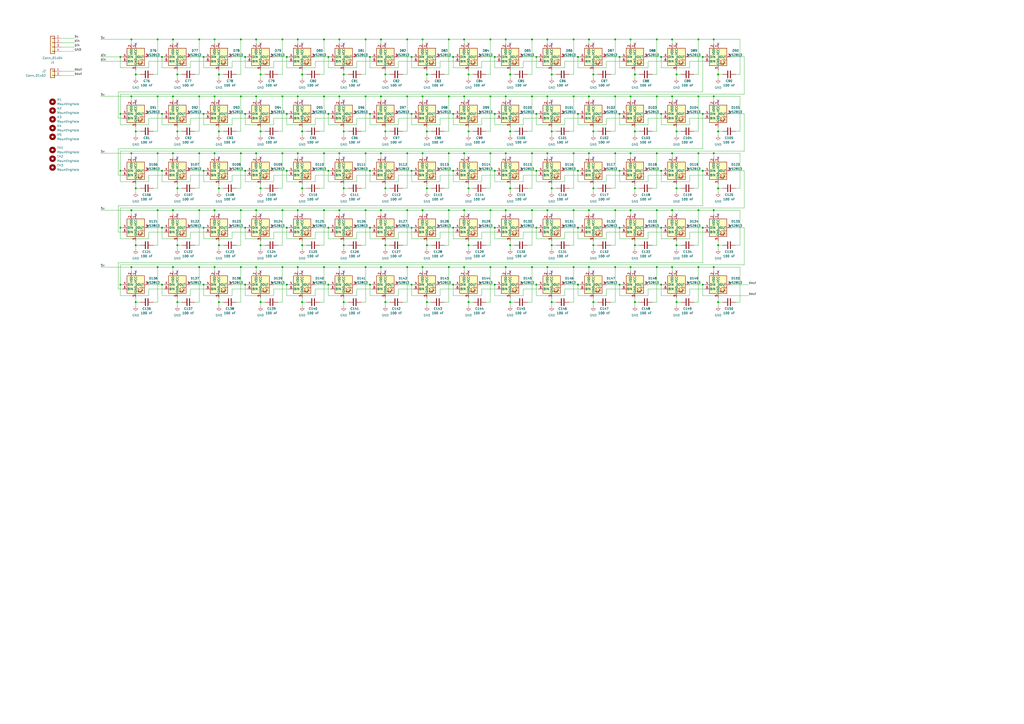
<source format=kicad_sch>
(kicad_sch (version 20230121) (generator eeschema)
  (paper "A2")
  (junction (at 236.22 55.88))
  (junction (at 335.28 132.08))
  (junction (at 359.41 165.1))
  (junction (at 295.91 142.24))
  (junction (at 142.24 132.08))
  (junction (at 166.37 165.1))
  (junction (at 344.17 76.2))
  (junction (at 247.65 142.24))
  (junction (at 78.74 175.26))
  (junction (at 381 55.88))
  (junction (at 78.74 43.18))
  (junction (at 100.33 55.88))
  (junction (at 383.54 33.02))
  (junction (at 196.85 55.88))
  (junction (at 163.83 154.94))
  (junction (at 407.67 66.04))
  (junction (at 344.17 109.22))
  (junction (at 317.5 88.9))
  (junction (at 356.87 154.94))
  (junction (at 287.02 66.04))
  (junction (at 311.15 33.02))
  (junction (at 151.13 76.2))
  (junction (at 93.98 132.08))
  (junction (at 341.63 55.88))
  (junction (at 368.3 142.24))
  (junction (at 284.48 121.92))
  (junction (at 389.89 55.88))
  (junction (at 148.59 22.86))
  (junction (at 93.98 66.04))
  (junction (at 102.87 43.18))
  (junction (at 223.52 175.26))
  (junction (at 414.02 55.88))
  (junction (at 142.24 165.1))
  (junction (at 69.85 165.1))
  (junction (at 238.76 132.08))
  (junction (at 212.09 154.94))
  (junction (at 76.2 22.86))
  (junction (at 414.02 88.9))
  (junction (at 416.56 43.18))
  (junction (at 344.17 175.26))
  (junction (at 414.02 154.94))
  (junction (at 287.02 99.06))
  (junction (at 127 109.22))
  (junction (at 139.7 55.88))
  (junction (at 392.43 175.26))
  (junction (at 148.59 55.88))
  (junction (at 405.13 55.88))
  (junction (at 118.11 66.04))
  (junction (at 260.35 154.94))
  (junction (at 308.61 22.86))
  (junction (at 317.5 55.88))
  (junction (at 100.33 88.9))
  (junction (at 247.65 175.26))
  (junction (at 284.48 55.88))
  (junction (at 284.48 88.9))
  (junction (at 368.3 175.26))
  (junction (at 332.74 55.88))
  (junction (at 142.24 33.02))
  (junction (at 199.39 76.2))
  (junction (at 199.39 142.24))
  (junction (at 416.56 175.26))
  (junction (at 295.91 175.26))
  (junction (at 245.11 154.94))
  (junction (at 236.22 22.86))
  (junction (at 407.67 165.1))
  (junction (at 93.98 33.02))
  (junction (at 115.57 55.88))
  (junction (at 389.89 121.92))
  (junction (at 102.87 109.22))
  (junction (at 190.5 66.04))
  (junction (at 320.04 43.18))
  (junction (at 317.5 22.86))
  (junction (at 142.24 66.04))
  (junction (at 262.89 132.08))
  (junction (at 383.54 132.08))
  (junction (at 383.54 99.06))
  (junction (at 317.5 121.92))
  (junction (at 78.74 76.2))
  (junction (at 196.85 22.86))
  (junction (at 271.78 76.2))
  (junction (at 91.44 55.88))
  (junction (at 262.89 165.1))
  (junction (at 260.35 55.88))
  (junction (at 118.11 132.08))
  (junction (at 212.09 22.86))
  (junction (at 381 88.9))
  (junction (at 118.11 99.06))
  (junction (at 271.78 43.18))
  (junction (at 124.46 22.86))
  (junction (at 405.13 121.92))
  (junction (at 295.91 109.22))
  (junction (at 78.74 109.22))
  (junction (at 124.46 55.88))
  (junction (at 392.43 76.2))
  (junction (at 76.2 121.92))
  (junction (at 102.87 142.24))
  (junction (at 115.57 22.86))
  (junction (at 76.2 88.9))
  (junction (at 238.76 99.06))
  (junction (at 139.7 154.94))
  (junction (at 220.98 121.92))
  (junction (at 76.2 55.88))
  (junction (at 187.96 55.88))
  (junction (at 341.63 22.86))
  (junction (at 405.13 154.94))
  (junction (at 405.13 22.86))
  (junction (at 308.61 55.88))
  (junction (at 359.41 132.08))
  (junction (at 335.28 99.06))
  (junction (at 187.96 22.86))
  (junction (at 293.37 88.9))
  (junction (at 139.7 22.86))
  (junction (at 220.98 55.88))
  (junction (at 365.76 154.94))
  (junction (at 118.11 165.1))
  (junction (at 100.33 154.94))
  (junction (at 320.04 76.2))
  (junction (at 166.37 99.06))
  (junction (at 341.63 88.9))
  (junction (at 214.63 165.1))
  (junction (at 163.83 121.92))
  (junction (at 223.52 109.22))
  (junction (at 245.11 22.86))
  (junction (at 163.83 88.9))
  (junction (at 214.63 132.08))
  (junction (at 383.54 165.1))
  (junction (at 262.89 33.02))
  (junction (at 223.52 43.18))
  (junction (at 365.76 55.88))
  (junction (at 332.74 22.86))
  (junction (at 127 76.2))
  (junction (at 69.85 66.04))
  (junction (at 269.24 88.9))
  (junction (at 172.72 88.9))
  (junction (at 172.72 154.94))
  (junction (at 365.76 88.9))
  (junction (at 102.87 175.26))
  (junction (at 332.74 121.92))
  (junction (at 187.96 154.94))
  (junction (at 166.37 132.08))
  (junction (at 139.7 88.9))
  (junction (at 293.37 121.92))
  (junction (at 91.44 154.94))
  (junction (at 392.43 142.24))
  (junction (at 102.87 76.2))
  (junction (at 335.28 66.04))
  (junction (at 196.85 154.94))
  (junction (at 389.89 88.9))
  (junction (at 190.5 33.02))
  (junction (at 220.98 88.9))
  (junction (at 356.87 88.9))
  (junction (at 416.56 109.22))
  (junction (at 238.76 165.1))
  (junction (at 295.91 76.2))
  (junction (at 311.15 132.08))
  (junction (at 212.09 55.88))
  (junction (at 220.98 154.94))
  (junction (at 69.85 132.08))
  (junction (at 236.22 88.9))
  (junction (at 271.78 175.26))
  (junction (at 127 175.26))
  (junction (at 335.28 33.02))
  (junction (at 69.85 33.02))
  (junction (at 187.96 121.92))
  (junction (at 368.3 109.22))
  (junction (at 151.13 175.26))
  (junction (at 127 142.24))
  (junction (at 78.74 142.24))
  (junction (at 151.13 109.22))
  (junction (at 269.24 55.88))
  (junction (at 407.67 132.08))
  (junction (at 271.78 109.22))
  (junction (at 260.35 88.9))
  (junction (at 91.44 22.86))
  (junction (at 335.28 165.1))
  (junction (at 172.72 55.88))
  (junction (at 148.59 154.94))
  (junction (at 175.26 175.26))
  (junction (at 269.24 22.86))
  (junction (at 414.02 22.86))
  (junction (at 151.13 43.18))
  (junction (at 311.15 66.04))
  (junction (at 199.39 109.22))
  (junction (at 187.96 88.9))
  (junction (at 199.39 43.18))
  (junction (at 163.83 22.86))
  (junction (at 245.11 55.88))
  (junction (at 356.87 121.92))
  (junction (at 295.91 43.18))
  (junction (at 175.26 109.22))
  (junction (at 341.63 154.94))
  (junction (at 124.46 154.94))
  (junction (at 247.65 109.22))
  (junction (at 389.89 154.94))
  (junction (at 271.78 142.24))
  (junction (at 214.63 66.04))
  (junction (at 100.33 121.92))
  (junction (at 405.13 88.9))
  (junction (at 190.5 99.06))
  (junction (at 269.24 121.92))
  (junction (at 93.98 99.06))
  (junction (at 238.76 33.02))
  (junction (at 381 154.94))
  (junction (at 341.63 121.92))
  (junction (at 332.74 154.94))
  (junction (at 392.43 43.18))
  (junction (at 148.59 88.9))
  (junction (at 368.3 76.2))
  (junction (at 175.26 43.18))
  (junction (at 142.24 99.06))
  (junction (at 356.87 22.86))
  (junction (at 212.09 121.92))
  (junction (at 269.24 154.94))
  (junction (at 139.7 121.92))
  (junction (at 320.04 175.26))
  (junction (at 199.39 175.26))
  (junction (at 245.11 121.92))
  (junction (at 284.48 22.86))
  (junction (at 196.85 121.92))
  (junction (at 416.56 142.24))
  (junction (at 172.72 22.86))
  (junction (at 368.3 43.18))
  (junction (at 317.5 154.94))
  (junction (at 175.26 142.24))
  (junction (at 91.44 88.9))
  (junction (at 69.85 99.06))
  (junction (at 332.74 88.9))
  (junction (at 359.41 33.02))
  (junction (at 223.52 76.2))
  (junction (at 151.13 142.24))
  (junction (at 287.02 132.08))
  (junction (at 163.83 55.88))
  (junction (at 214.63 33.02))
  (junction (at 238.76 66.04))
  (junction (at 407.67 33.02))
  (junction (at 236.22 121.92))
  (junction (at 247.65 43.18))
  (junction (at 223.52 142.24))
  (junction (at 383.54 66.04))
  (junction (at 245.11 88.9))
  (junction (at 212.09 88.9))
  (junction (at 172.72 121.92))
  (junction (at 148.59 121.92))
  (junction (at 262.89 66.04))
  (junction (at 124.46 121.92))
  (junction (at 407.67 99.06))
  (junction (at 118.11 33.02))
  (junction (at 247.65 76.2))
  (junction (at 175.26 76.2))
  (junction (at 91.44 121.92))
  (junction (at 311.15 165.1))
  (junction (at 166.37 33.02))
  (junction (at 381 121.92))
  (junction (at 414.02 121.92))
  (junction (at 416.56 76.2))
  (junction (at 359.41 66.04))
  (junction (at 308.61 121.92))
  (junction (at 356.87 55.88))
  (junction (at 381 22.86))
  (junction (at 311.15 99.06))
  (junction (at 308.61 154.94))
  (junction (at 93.98 165.1))
  (junction (at 214.63 99.06))
  (junction (at 127 43.18))
  (junction (at 260.35 121.92))
  (junction (at 365.76 22.86))
  (junction (at 284.48 154.94))
  (junction (at 115.57 88.9))
  (junction (at 359.41 99.06))
  (junction (at 308.61 88.9))
  (junction (at 344.17 142.24))
  (junction (at 196.85 88.9))
  (junction (at 320.04 142.24))
  (junction (at 260.35 22.86))
  (junction (at 262.89 99.06))
  (junction (at 320.04 109.22))
  (junction (at 190.5 165.1))
  (junction (at 115.57 121.92))
  (junction (at 293.37 55.88))
  (junction (at 293.37 22.86))
  (junction (at 220.98 22.86))
  (junction (at 344.17 43.18))
  (junction (at 392.43 109.22))
  (junction (at 236.22 154.94))
  (junction (at 100.33 22.86))
  (junction (at 365.76 121.92))
  (junction (at 293.37 154.94))
  (junction (at 166.37 66.04))
  (junction (at 389.89 22.86))
  (junction (at 287.02 33.02))
  (junction (at 287.02 165.1))
  (junction (at 115.57 154.94))
  (junction (at 190.5 132.08))
  (junction (at 76.2 154.94))
  (junction (at 124.46 88.9))
  (no_connect (at 368.3 58.42))
  (no_connect (at 127 157.48))
  (no_connect (at 223.52 58.42))
  (no_connect (at 271.78 157.48))
  (no_connect (at 344.17 25.4))
  (no_connect (at 223.52 157.48))
  (no_connect (at 199.39 124.46))
  (no_connect (at 199.39 91.44))
  (no_connect (at 344.17 58.42))
  (no_connect (at 151.13 124.46))
  (no_connect (at 392.43 25.4))
  (no_connect (at 271.78 124.46))
  (no_connect (at 344.17 157.48))
  (no_connect (at 271.78 91.44))
  (no_connect (at 271.78 58.42))
  (no_connect (at 271.78 25.4))
  (no_connect (at 102.87 157.48))
  (no_connect (at 320.04 157.48))
  (no_connect (at 78.74 25.4))
  (no_connect (at 295.91 157.48))
  (no_connect (at 295.91 25.4))
  (no_connect (at 368.3 157.48))
  (no_connect (at 78.74 91.44))
  (no_connect (at 102.87 25.4))
  (no_connect (at 416.56 25.4))
  (no_connect (at 247.65 157.48))
  (no_connect (at 199.39 25.4))
  (no_connect (at 151.13 157.48))
  (no_connect (at 247.65 91.44))
  (no_connect (at 392.43 157.48))
  (no_connect (at 223.52 25.4))
  (no_connect (at 247.65 124.46))
  (no_connect (at 416.56 58.42))
  (no_connect (at 368.3 25.4))
  (no_connect (at 78.74 58.42))
  (no_connect (at 102.87 91.44))
  (no_connect (at 320.04 25.4))
  (no_connect (at 295.91 124.46))
  (no_connect (at 320.04 58.42))
  (no_connect (at 151.13 58.42))
  (no_connect (at 102.87 58.42))
  (no_connect (at 392.43 58.42))
  (no_connect (at 199.39 157.48))
  (no_connect (at 175.26 58.42))
  (no_connect (at 320.04 91.44))
  (no_connect (at 175.26 157.48))
  (no_connect (at 151.13 25.4))
  (no_connect (at 199.39 58.42))
  (no_connect (at 295.91 91.44))
  (no_connect (at 247.65 25.4))
  (no_connect (at 78.74 124.46))
  (no_connect (at 223.52 124.46))
  (no_connect (at 344.17 124.46))
  (no_connect (at 392.43 124.46))
  (no_connect (at 416.56 124.46))
  (no_connect (at 175.26 91.44))
  (no_connect (at 344.17 91.44))
  (no_connect (at 127 91.44))
  (no_connect (at 416.56 91.44))
  (no_connect (at 247.65 58.42))
  (no_connect (at 127 124.46))
  (no_connect (at 368.3 91.44))
  (no_connect (at 416.56 157.48))
  (no_connect (at 127 25.4))
  (no_connect (at 320.04 124.46))
  (no_connect (at 78.74 157.48))
  (no_connect (at 175.26 124.46))
  (no_connect (at 175.26 25.4))
  (no_connect (at 102.87 124.46))
  (no_connect (at 392.43 91.44))
  (no_connect (at 223.52 91.44))
  (no_connect (at 368.3 124.46))
  (no_connect (at 127 58.42))
  (no_connect (at 295.91 58.42))
  (no_connect (at 151.13 91.44))
  (wire (pts (xy 255.27 134.62) (xy 255.27 138.43)))
  (wire (pts (xy 91.44 88.9) (xy 76.2 88.9)))
  (wire (pts (xy 236.22 55.88) (xy 220.98 55.88)))
  (wire (pts (xy 359.41 138.43) (xy 359.41 132.08)))
  (wire (pts (xy 247.65 175.26) (xy 250.19 175.26)))
  (wire (pts (xy 127 142.24) (xy 127 144.78)))
  (wire (pts (xy 182.88 132.08) (xy 190.5 132.08)))
  (wire (pts (xy 236.22 121.92) (xy 220.98 121.92)))
  (wire (pts (xy 102.87 109.22) (xy 105.41 109.22)))
  (wire (pts (xy 134.62 167.64) (xy 134.62 171.45)))
  (wire (pts (xy 400.05 68.58) (xy 400.05 72.39)))
  (wire (pts (xy 407.67 132.08) (xy 408.94 132.08)))
  (wire (pts (xy 400.05 132.08) (xy 407.67 132.08)))
  (wire (pts (xy 381 43.18) (xy 381 22.86)))
  (wire (pts (xy 151.13 109.22) (xy 153.67 109.22)))
  (wire (pts (xy 341.63 58.42) (xy 341.63 55.88)))
  (wire (pts (xy 78.74 175.26) (xy 78.74 177.8)))
  (wire (pts (xy 359.41 72.39) (xy 359.41 66.04)))
  (wire (pts (xy 284.48 22.86) (xy 293.37 22.86)))
  (wire (pts (xy 317.5 91.44) (xy 317.5 88.9)))
  (wire (pts (xy 236.22 76.2) (xy 236.22 55.88)))
  (wire (pts (xy 182.88 167.64) (xy 182.88 171.45)))
  (wire (pts (xy 416.56 76.2) (xy 416.56 78.74)))
  (wire (pts (xy 287.02 165.1) (xy 288.29 165.1)))
  (wire (pts (xy 110.49 165.1) (xy 118.11 165.1)))
  (wire (pts (xy 166.37 39.37) (xy 166.37 33.02)))
  (wire (pts (xy 378.46 43.18) (xy 381 43.18)))
  (wire (pts (xy 151.13 172.72) (xy 151.13 175.26)))
  (wire (pts (xy 356.87 22.86) (xy 365.76 22.86)))
  (wire (pts (xy 335.28 33.02) (xy 336.55 33.02)))
  (wire (pts (xy 344.17 172.72) (xy 344.17 175.26)))
  (wire (pts (xy 335.28 171.45) (xy 335.28 165.1)))
  (wire (pts (xy 247.65 142.24) (xy 250.19 142.24)))
  (wire (pts (xy 295.91 175.26) (xy 298.45 175.26)))
  (wire (pts (xy 69.85 72.39) (xy 69.85 66.04)))
  (wire (pts (xy 207.01 134.62) (xy 215.9 134.62)))
  (wire (pts (xy 383.54 66.04) (xy 384.81 66.04)))
  (wire (pts (xy 255.27 66.04) (xy 262.89 66.04)))
  (wire (pts (xy 375.92 171.45) (xy 359.41 171.45)))
  (wire (pts (xy 166.37 33.02) (xy 167.64 33.02)))
  (wire (pts (xy 400.05 101.6) (xy 400.05 105.41)))
  (wire (pts (xy 381 88.9) (xy 389.89 88.9)))
  (wire (pts (xy 58.42 121.92) (xy 76.2 121.92)))
  (wire (pts (xy 139.7 121.92) (xy 148.59 121.92)))
  (wire (pts (xy 295.91 73.66) (xy 295.91 76.2)))
  (wire (pts (xy 279.4 138.43) (xy 262.89 138.43)))
  (wire (pts (xy 69.85 132.08) (xy 71.12 132.08)))
  (wire (pts (xy 163.83 109.22) (xy 163.83 88.9)))
  (wire (pts (xy 257.81 142.24) (xy 260.35 142.24)))
  (wire (pts (xy 351.79 171.45) (xy 335.28 171.45)))
  (wire (pts (xy 405.13 154.94) (xy 414.02 154.94)))
  (wire (pts (xy 351.79 101.6) (xy 360.68 101.6)))
  (wire (pts (xy 78.74 172.72) (xy 78.74 175.26)))
  (wire (pts (xy 158.75 134.62) (xy 158.75 138.43)))
  (wire (pts (xy 148.59 25.4) (xy 148.59 22.86)))
  (wire (pts (xy 78.74 76.2) (xy 81.28 76.2)))
  (wire (pts (xy 209.55 142.24) (xy 212.09 142.24)))
  (wire (pts (xy 416.56 106.68) (xy 416.56 109.22)))
  (wire (pts (xy 332.74 121.92) (xy 317.5 121.92)))
  (wire (pts (xy 151.13 73.66) (xy 151.13 76.2)))
  (wire (pts (xy 389.89 58.42) (xy 389.89 55.88)))
  (wire (pts (xy 405.13 121.92) (xy 389.89 121.92)))
  (wire (pts (xy 166.37 72.39) (xy 166.37 66.04)))
  (wire (pts (xy 260.35 88.9) (xy 245.11 88.9)))
  (wire (pts (xy 236.22 88.9) (xy 220.98 88.9)))
  (wire (pts (xy 93.98 132.08) (xy 95.25 132.08)))
  (wire (pts (xy 262.89 33.02) (xy 264.16 33.02)))
  (wire (pts (xy 139.7 43.18) (xy 139.7 22.86)))
  (wire (pts (xy 284.48 55.88) (xy 293.37 55.88)))
  (wire (pts (xy 199.39 139.7) (xy 199.39 142.24)))
  (wire (pts (xy 166.37 99.06) (xy 167.64 99.06)))
  (wire (pts (xy 163.83 76.2) (xy 163.83 55.88)))
  (wire (pts (xy 199.39 43.18) (xy 199.39 45.72)))
  (wire (pts (xy 69.85 138.43) (xy 69.85 132.08)))
  (wire (pts (xy 115.57 55.88) (xy 100.33 55.88)))
  (wire (pts (xy 190.5 33.02) (xy 191.77 33.02)))
  (wire (pts (xy 91.44 76.2) (xy 91.44 55.88)))
  (wire (pts (xy 271.78 43.18) (xy 271.78 45.72)))
  (wire (pts (xy 279.4 101.6) (xy 288.29 101.6)))
  (wire (pts (xy 71.12 134.62) (xy 68.58 134.62)))
  (wire (pts (xy 271.78 43.18) (xy 274.32 43.18)))
  (wire (pts (xy 271.78 109.22) (xy 271.78 111.76)))
  (wire (pts (xy 260.35 154.94) (xy 245.11 154.94)))
  (wire (pts (xy 405.13 109.22) (xy 405.13 88.9)))
  (wire (pts (xy 359.41 66.04) (xy 360.68 66.04)))
  (wire (pts (xy 308.61 76.2) (xy 308.61 55.88)))
  (wire (pts (xy 303.53 105.41) (xy 287.02 105.41)))
  (wire (pts (xy 381 175.26) (xy 381 154.94)))
  (wire (pts (xy 220.98 25.4) (xy 220.98 22.86)))
  (wire (pts (xy 151.13 142.24) (xy 151.13 144.78)))
  (wire (pts (xy 400.05 105.41) (xy 383.54 105.41)))
  (wire (pts (xy 407.67 119.38) (xy 407.67 99.06)))
  (wire (pts (xy 93.98 66.04) (xy 95.25 66.04)))
  (wire (pts (xy 231.14 167.64) (xy 240.03 167.64)))
  (wire (pts (xy 134.62 72.39) (xy 118.11 72.39)))
  (wire (pts (xy 327.66 68.58) (xy 327.66 72.39)))
  (wire (pts (xy 231.14 134.62) (xy 240.03 134.62)))
  (wire (pts (xy 344.17 40.64) (xy 344.17 43.18)))
  (wire (pts (xy 118.11 39.37) (xy 118.11 33.02)))
  (wire (pts (xy 124.46 25.4) (xy 124.46 22.86)))
  (wire (pts (xy 257.81 76.2) (xy 260.35 76.2)))
  (wire (pts (xy 196.85 58.42) (xy 196.85 55.88)))
  (wire (pts (xy 207.01 101.6) (xy 207.01 105.41)))
  (wire (pts (xy 115.57 88.9) (xy 100.33 88.9)))
  (wire (pts (xy 271.78 175.26) (xy 274.32 175.26)))
  (wire (pts (xy 207.01 39.37) (xy 190.5 39.37)))
  (wire (pts (xy 238.76 72.39) (xy 238.76 66.04)))
  (wire (pts (xy 236.22 175.26) (xy 236.22 154.94)))
  (wire (pts (xy 182.88 165.1) (xy 190.5 165.1)))
  (wire (pts (xy 247.65 109.22) (xy 247.65 111.76)))
  (wire (pts (xy 311.15 165.1) (xy 312.42 165.1)))
  (wire (pts (xy 269.24 25.4) (xy 269.24 22.86)))
  (wire (pts (xy 115.57 22.86) (xy 100.33 22.86)))
  (wire (pts (xy 196.85 25.4) (xy 196.85 22.86)))
  (wire (pts (xy 327.66 39.37) (xy 311.15 39.37)))
  (wire (pts (xy 182.88 35.56) (xy 182.88 39.37)))
  (wire (pts (xy 182.88 99.06) (xy 190.5 99.06)))
  (wire (pts (xy 405.13 22.86) (xy 389.89 22.86)))
  (wire (pts (xy 163.83 43.18) (xy 163.83 22.86)))
  (wire (pts (xy 212.09 121.92) (xy 220.98 121.92)))
  (wire (pts (xy 86.36 165.1) (xy 93.98 165.1)))
  (wire (pts (xy 212.09 175.26) (xy 212.09 154.94)))
  (wire (pts (xy 124.46 58.42) (xy 124.46 55.88)))
  (wire (pts (xy 356.87 88.9) (xy 341.63 88.9)))
  (wire (pts (xy 139.7 121.92) (xy 124.46 121.92)))
  (wire (pts (xy 308.61 88.9) (xy 317.5 88.9)))
  (wire (pts (xy 223.52 40.64) (xy 223.52 43.18)))
  (wire (pts (xy 182.88 72.39) (xy 166.37 72.39)))
  (wire (pts (xy 142.24 105.41) (xy 142.24 99.06)))
  (wire (pts (xy 354.33 43.18) (xy 356.87 43.18)))
  (wire (pts (xy 335.28 66.04) (xy 336.55 66.04)))
  (wire (pts (xy 86.36 134.62) (xy 86.36 138.43)))
  (wire (pts (xy 118.11 171.45) (xy 118.11 165.1)))
  (wire (pts (xy 91.44 121.92) (xy 76.2 121.92)))
  (wire (pts (xy 231.14 35.56) (xy 240.03 35.56)))
  (wire (pts (xy 68.58 68.58) (xy 68.58 53.34)))
  (wire (pts (xy 139.7 154.94) (xy 148.59 154.94)))
  (wire (pts (xy 127 40.64) (xy 127 43.18)))
  (wire (pts (xy 303.53 35.56) (xy 312.42 35.56)))
  (wire (pts (xy 86.36 138.43) (xy 69.85 138.43)))
  (wire (pts (xy 110.49 33.02) (xy 118.11 33.02)))
  (wire (pts (xy 110.49 101.6) (xy 110.49 105.41)))
  (wire (pts (xy 127 43.18) (xy 129.54 43.18)))
  (wire (pts (xy 91.44 88.9) (xy 100.33 88.9)))
  (wire (pts (xy 303.53 165.1) (xy 311.15 165.1)))
  (wire (pts (xy 262.89 138.43) (xy 262.89 132.08)))
  (wire (pts (xy 260.35 55.88) (xy 245.11 55.88)))
  (wire (pts (xy 163.83 154.94) (xy 148.59 154.94)))
  (wire (pts (xy 207.01 167.64) (xy 207.01 171.45)))
  (wire (pts (xy 327.66 134.62) (xy 327.66 138.43)))
  (wire (pts (xy 69.85 171.45) (xy 69.85 165.1)))
  (wire (pts (xy 212.09 22.86) (xy 220.98 22.86)))
  (wire (pts (xy 212.09 154.94) (xy 196.85 154.94)))
  (wire (pts (xy 281.94 175.26) (xy 284.48 175.26)))
  (wire (pts (xy 257.81 175.26) (xy 260.35 175.26)))
  (wire (pts (xy 368.3 43.18) (xy 370.84 43.18)))
  (wire (pts (xy 356.87 154.94) (xy 365.76 154.94)))
  (wire (pts (xy 407.67 171.45) (xy 434.34 171.45)))
  (wire (pts (xy 166.37 171.45) (xy 166.37 165.1)))
  (wire (pts (xy 100.33 91.44) (xy 100.33 88.9)))
  (wire (pts (xy 115.57 175.26) (xy 115.57 154.94)))
  (wire (pts (xy 383.54 105.41) (xy 383.54 99.06)))
  (wire (pts (xy 375.92 35.56) (xy 384.81 35.56)))
  (wire (pts (xy 223.52 43.18) (xy 223.52 45.72)))
  (wire (pts (xy 231.14 33.02) (xy 238.76 33.02)))
  (wire (pts (xy 405.13 154.94) (xy 389.89 154.94)))
  (wire (pts (xy 175.26 106.68) (xy 175.26 109.22)))
  (wire (pts (xy 134.62 101.6) (xy 134.62 105.41)))
  (wire (pts (xy 381 55.88) (xy 365.76 55.88)))
  (wire (pts (xy 335.28 132.08) (xy 336.55 132.08)))
  (wire (pts (xy 115.57 43.18) (xy 115.57 22.86)))
  (wire (pts (xy 356.87 76.2) (xy 356.87 55.88)))
  (wire (pts (xy 381 154.94) (xy 365.76 154.94)))
  (wire (pts (xy 158.75 105.41) (xy 142.24 105.41)))
  (wire (pts (xy 306.07 43.18) (xy 308.61 43.18)))
  (wire (pts (xy 139.7 88.9) (xy 148.59 88.9)))
  (wire (pts (xy 247.65 175.26) (xy 247.65 177.8)))
  (wire (pts (xy 354.33 175.26) (xy 356.87 175.26)))
  (wire (pts (xy 260.35 175.26) (xy 260.35 154.94)))
  (wire (pts (xy 137.16 142.24) (xy 139.7 142.24)))
  (wire (pts (xy 158.75 167.64) (xy 158.75 171.45)))
  (wire (pts (xy 320.04 175.26) (xy 322.58 175.26)))
  (wire (pts (xy 187.96 88.9) (xy 172.72 88.9)))
  (wire (pts (xy 88.9 109.22) (xy 91.44 109.22)))
  (wire (pts (xy 281.94 76.2) (xy 284.48 76.2)))
  (wire (pts (xy 161.29 43.18) (xy 163.83 43.18)))
  (wire (pts (xy 257.81 43.18) (xy 260.35 43.18)))
  (wire (pts (xy 110.49 68.58) (xy 110.49 72.39)))
  (wire (pts (xy 332.74 22.86) (xy 317.5 22.86)))
  (wire (pts (xy 223.52 73.66) (xy 223.52 76.2)))
  (wire (pts (xy 166.37 132.08) (xy 167.64 132.08)))
  (wire (pts (xy 295.91 142.24) (xy 295.91 144.78)))
  (wire (pts (xy 220.98 157.48) (xy 220.98 154.94)))
  (wire (pts (xy 172.72 58.42) (xy 172.72 55.88)))
  (wire (pts (xy 139.7 142.24) (xy 139.7 121.92)))
  (wire (pts (xy 187.96 76.2) (xy 187.96 55.88)))
  (wire (pts (xy 76.2 121.92) (xy 76.2 124.46)))
  (wire (pts (xy 231.14 35.56) (xy 231.14 39.37)))
  (wire (pts (xy 78.74 43.18) (xy 81.28 43.18)))
  (wire (pts (xy 303.53 101.6) (xy 312.42 101.6)))
  (wire (pts (xy 375.92 134.62) (xy 384.81 134.62)))
  (wire (pts (xy 110.49 68.58) (xy 119.38 68.58)))
  (wire (pts (xy 327.66 134.62) (xy 336.55 134.62)))
  (wire (pts (xy 295.91 76.2) (xy 298.45 76.2)))
  (wire (pts (xy 199.39 142.24) (xy 201.93 142.24)))
  (wire (pts (xy 78.74 109.22) (xy 81.28 109.22)))
  (wire (pts (xy 207.01 68.58) (xy 215.9 68.58)))
  (wire (pts (xy 327.66 68.58) (xy 336.55 68.58)))
  (wire (pts (xy 161.29 109.22) (xy 163.83 109.22)))
  (wire (pts (xy 214.63 165.1) (xy 215.9 165.1)))
  (wire (pts (xy 344.17 76.2) (xy 346.71 76.2)))
  (wire (pts (xy 199.39 142.24) (xy 199.39 144.78)))
  (wire (pts (xy 293.37 124.46) (xy 293.37 121.92)))
  (wire (pts (xy 158.75 171.45) (xy 142.24 171.45)))
  (wire (pts (xy 187.96 142.24) (xy 187.96 121.92)))
  (wire (pts (xy 365.76 124.46) (xy 365.76 121.92)))
  (wire (pts (xy 187.96 109.22) (xy 187.96 88.9)))
  (wire (pts (xy 175.26 175.26) (xy 177.8 175.26)))
  (wire (pts (xy 392.43 40.64) (xy 392.43 43.18)))
  (wire (pts (xy 158.75 101.6) (xy 167.64 101.6)))
  (wire (pts (xy 76.2 154.94) (xy 76.2 157.48)))
  (wire (pts (xy 212.09 88.9) (xy 220.98 88.9)))
  (wire (pts (xy 260.35 55.88) (xy 269.24 55.88)))
  (wire (pts (xy 341.63 25.4) (xy 341.63 22.86)))
  (wire (pts (xy 330.2 142.24) (xy 332.74 142.24)))
  (wire (pts (xy 199.39 76.2) (xy 199.39 78.74)))
  (wire (pts (xy 102.87 142.24) (xy 105.41 142.24)))
  (wire (pts (xy 279.4 68.58) (xy 288.29 68.58)))
  (wire (pts (xy 69.85 105.41) (xy 69.85 99.06)))
  (wire (pts (xy 115.57 109.22) (xy 115.57 88.9)))
  (wire (pts (xy 69.85 66.04) (xy 69.85 54.61)))
  (wire (pts (xy 91.44 175.26) (xy 91.44 154.94)))
  (wire (pts (xy 161.29 76.2) (xy 163.83 76.2)))
  (wire (pts (xy 102.87 43.18) (xy 102.87 45.72)))
  (wire (pts (xy 429.26 142.24) (xy 429.26 121.92)))
  (wire (pts (xy 151.13 40.64) (xy 151.13 43.18)))
  (wire (pts (xy 182.88 39.37) (xy 166.37 39.37)))
  (wire (pts (xy 124.46 124.46) (xy 124.46 121.92)))
  (wire (pts (xy 68.58 101.6) (xy 68.58 86.36)))
  (wire (pts (xy 429.26 76.2) (xy 429.26 55.88)))
  (wire (pts (xy 327.66 132.08) (xy 335.28 132.08)))
  (wire (pts (xy 35.56 41.275) (xy 43.18 41.275)))
  (wire (pts (xy 351.79 105.41) (xy 335.28 105.41)))
  (wire (pts (xy 137.16 43.18) (xy 139.7 43.18)))
  (wire (pts (xy 383.54 99.06) (xy 384.81 99.06)))
  (wire (pts (xy 351.79 167.64) (xy 360.68 167.64)))
  (wire (pts (xy 335.28 138.43) (xy 335.28 132.08)))
  (wire (pts (xy 91.44 109.22) (xy 91.44 88.9)))
  (wire (pts (xy 407.67 152.4) (xy 407.67 132.08)))
  (wire (pts (xy 115.57 142.24) (xy 115.57 121.92)))
  (wire (pts (xy 212.09 88.9) (xy 196.85 88.9)))
  (wire (pts (xy 365.76 91.44) (xy 365.76 88.9)))
  (wire (pts (xy 86.36 66.04) (xy 93.98 66.04)))
  (wire (pts (xy 303.53 134.62) (xy 312.42 134.62)))
  (wire (pts (xy 151.13 175.26) (xy 151.13 177.8)))
  (wire (pts (xy 392.43 106.68) (xy 392.43 109.22)))
  (wire (pts (xy 172.72 91.44) (xy 172.72 88.9)))
  (wire (pts (xy 356.87 88.9) (xy 365.76 88.9)))
  (wire (pts (xy 332.74 43.18) (xy 332.74 22.86)))
  (wire (pts (xy 383.54 132.08) (xy 384.81 132.08)))
  (wire (pts (xy 383.54 39.37) (xy 383.54 33.02)))
  (wire (pts (xy 100.33 58.42) (xy 100.33 55.88)))
  (wire (pts (xy 400.05 134.62) (xy 400.05 138.43)))
  (wire (pts (xy 247.65 172.72) (xy 247.65 175.26)))
  (wire (pts (xy 392.43 175.26) (xy 392.43 177.8)))
  (wire (pts (xy 327.66 66.04) (xy 335.28 66.04)))
  (wire (pts (xy 238.76 138.43) (xy 238.76 132.08)))
  (wire (pts (xy 284.48 121.92) (xy 269.24 121.92)))
  (wire (pts (xy 182.88 66.04) (xy 190.5 66.04)))
  (wire (pts (xy 279.4 99.06) (xy 287.02 99.06)))
  (wire (pts (xy 332.74 154.94) (xy 341.63 154.94)))
  (wire (pts (xy 402.59 142.24) (xy 405.13 142.24)))
  (wire (pts (xy 308.61 142.24) (xy 308.61 121.92)))
  (wire (pts (xy 187.96 55.88) (xy 196.85 55.88)))
  (wire (pts (xy 214.63 33.02) (xy 215.9 33.02)))
  (wire (pts (xy 223.52 43.18) (xy 226.06 43.18)))
  (wire (pts (xy 429.26 88.9) (xy 414.02 88.9)))
  (wire (pts (xy 187.96 22.86) (xy 172.72 22.86)))
  (wire (pts (xy 405.13 142.24) (xy 405.13 121.92)))
  (wire (pts (xy 78.74 142.24) (xy 78.74 144.78)))
  (wire (pts (xy 110.49 35.56) (xy 119.38 35.56)))
  (wire (pts (xy 139.7 154.94) (xy 124.46 154.94)))
  (wire (pts (xy 392.43 142.24) (xy 394.97 142.24)))
  (wire (pts (xy 311.15 33.02) (xy 312.42 33.02)))
  (wire (pts (xy 262.89 72.39) (xy 262.89 66.04)))
  (wire (pts (xy 110.49 134.62) (xy 119.38 134.62)))
  (wire (pts (xy 303.53 101.6) (xy 303.53 105.41)))
  (wire (pts (xy 354.33 76.2) (xy 356.87 76.2)))
  (wire (pts (xy 69.85 33.02) (xy 71.12 33.02)))
  (wire (pts (xy 368.3 142.24) (xy 368.3 144.78)))
  (wire (pts (xy 303.53 134.62) (xy 303.53 138.43)))
  (wire (pts (xy 303.53 99.06) (xy 311.15 99.06)))
  (wire (pts (xy 207.01 171.45) (xy 190.5 171.45)))
  (wire (pts (xy 247.65 142.24) (xy 247.65 144.78)))
  (wire (pts (xy 166.37 165.1) (xy 167.64 165.1)))
  (wire (pts (xy 279.4 165.1) (xy 287.02 165.1)))
  (wire (pts (xy 368.3 76.2) (xy 368.3 78.74)))
  (wire (pts (xy 375.92 35.56) (xy 375.92 39.37)))
  (wire (pts (xy 142.24 132.08) (xy 143.51 132.08)))
  (wire (pts (xy 317.5 157.48) (xy 317.5 154.94)))
  (wire (pts (xy 356.87 55.88) (xy 365.76 55.88)))
  (wire (pts (xy 293.37 58.42) (xy 293.37 55.88)))
  (wire (pts (xy 255.27 68.58) (xy 255.27 72.39)))
  (wire (pts (xy 76.2 22.86) (xy 76.2 25.4)))
  (wire (pts (xy 78.74 73.66) (xy 78.74 76.2)))
  (wire (pts (xy 118.11 132.08) (xy 119.38 132.08)))
  (wire (pts (xy 214.63 138.43) (xy 214.63 132.08)))
  (wire (pts (xy 308.61 154.94) (xy 317.5 154.94)))
  (wire (pts (xy 327.66 72.39) (xy 311.15 72.39)))
  (wire (pts (xy 287.02 72.39) (xy 287.02 66.04)))
  (wire (pts (xy 199.39 172.72) (xy 199.39 175.26)))
  (wire (pts (xy 335.28 39.37) (xy 335.28 33.02)))
  (wire (pts (xy 223.52 175.26) (xy 226.06 175.26)))
  (wire (pts (xy 238.76 132.08) (xy 240.03 132.08)))
  (wire (pts (xy 100.33 157.48) (xy 100.33 154.94)))
  (wire (pts (xy 416.56 76.2) (xy 419.1 76.2)))
  (wire (pts (xy 389.89 91.44) (xy 389.89 88.9)))
  (wire (pts (xy 303.53 66.04) (xy 311.15 66.04)))
  (wire (pts (xy 151.13 43.18) (xy 153.67 43.18)))
  (wire (pts (xy 102.87 73.66) (xy 102.87 76.2)))
  (wire (pts (xy 185.42 175.26) (xy 187.96 175.26)))
  (wire (pts (xy 148.59 58.42) (xy 148.59 55.88)))
  (wire (pts (xy 86.36 68.58) (xy 86.36 72.39)))
  (wire (pts (xy 303.53 167.64) (xy 303.53 171.45)))
  (wire (pts (xy 281.94 43.18) (xy 284.48 43.18)))
  (wire (pts (xy 365.76 58.42) (xy 365.76 55.88)))
  (wire (pts (xy 271.78 142.24) (xy 274.32 142.24)))
  (wire (pts (xy 262.89 66.04) (xy 264.16 66.04)))
  (wire (pts (xy 327.66 35.56) (xy 327.66 39.37)))
  (wire (pts (xy 368.3 40.64) (xy 368.3 43.18)))
  (wire (pts (xy 416.56 109.22) (xy 416.56 111.76)))
  (wire (pts (xy 69.85 165.1) (xy 71.12 165.1)))
  (wire (pts (xy 416.56 40.64) (xy 416.56 43.18)))
  (wire (pts (xy 405.13 22.86) (xy 414.02 22.86)))
  (wire (pts (xy 255.27 138.43) (xy 238.76 138.43)))
  (wire (pts (xy 68.58 119.38) (xy 407.67 119.38)))
  (wire (pts (xy 311.15 39.37) (xy 311.15 33.02)))
  (wire (pts (xy 110.49 167.64) (xy 119.38 167.64)))
  (wire (pts (xy 400.05 68.58) (xy 408.94 68.58)))
  (wire (pts (xy 115.57 88.9) (xy 124.46 88.9)))
  (wire (pts (xy 93.98 171.45) (xy 93.98 165.1)))
  (wire (pts (xy 158.75 35.56) (xy 167.64 35.56)))
  (wire (pts (xy 102.87 43.18) (xy 105.41 43.18)))
  (wire (pts (xy 142.24 39.37) (xy 142.24 33.02)))
  (wire (pts (xy 86.36 132.08) (xy 93.98 132.08)))
  (wire (pts (xy 330.2 175.26) (xy 332.74 175.26)))
  (wire (pts (xy 134.62 171.45) (xy 118.11 171.45)))
  (wire (pts (xy 359.41 33.02) (xy 360.68 33.02)))
  (wire (pts (xy 207.01 66.04) (xy 214.63 66.04)))
  (wire (pts (xy 214.63 132.08) (xy 215.9 132.08)))
  (wire (pts (xy 269.24 124.46) (xy 269.24 121.92)))
  (wire (pts (xy 223.52 172.72) (xy 223.52 175.26)))
  (wire (pts (xy 175.26 43.18) (xy 175.26 45.72)))
  (wire (pts (xy 414.02 157.48) (xy 414.02 154.94)))
  (wire (pts (xy 271.78 142.24) (xy 271.78 144.78)))
  (wire (pts (xy 110.49 66.04) (xy 118.11 66.04)))
  (wire (pts (xy 142.24 165.1) (xy 143.51 165.1)))
  (wire (pts (xy 236.22 154.94) (xy 245.11 154.94)))
  (wire (pts (xy 400.05 138.43) (xy 383.54 138.43)))
  (wire (pts (xy 414.02 58.42) (xy 414.02 55.88)))
  (wire (pts (xy 400.05 35.56) (xy 408.94 35.56)))
  (wire (pts (xy 262.89 171.45) (xy 262.89 165.1)))
  (wire (pts (xy 68.58 167.64) (xy 68.58 152.4)))
  (wire (pts (xy 137.16 175.26) (xy 139.7 175.26)))
  (wire (pts (xy 238.76 39.37) (xy 238.76 33.02)))
  (wire (pts (xy 247.65 43.18) (xy 250.19 43.18)))
  (wire (pts (xy 356.87 43.18) (xy 356.87 22.86)))
  (wire (pts (xy 320.04 142.24) (xy 320.04 144.78)))
  (wire (pts (xy 118.11 99.06) (xy 119.38 99.06)))
  (wire (pts (xy 68.58 86.36) (xy 407.67 86.36)))
  (wire (pts (xy 86.36 68.58) (xy 95.25 68.58)))
  (wire (pts (xy 91.44 142.24) (xy 91.44 121.92)))
  (wire (pts (xy 293.37 157.48) (xy 293.37 154.94)))
  (wire (pts (xy 308.61 55.88) (xy 293.37 55.88)))
  (wire (pts (xy 429.26 109.22) (xy 429.26 88.9)))
  (wire (pts (xy 351.79 35.56) (xy 351.79 39.37)))
  (wire (pts (xy 142.24 138.43) (xy 142.24 132.08)))
  (wire (pts (xy 416.56 172.72) (xy 416.56 175.26)))
  (wire (pts (xy 351.79 33.02) (xy 359.41 33.02)))
  (wire (pts (xy 175.26 172.72) (xy 175.26 175.26)))
  (wire (pts (xy 407.67 99.06) (xy 408.94 99.06)))
  (wire (pts (xy 214.63 99.06) (xy 215.9 99.06)))
  (wire (pts (xy 86.36 167.64) (xy 95.25 167.64)))
  (wire (pts (xy 320.04 40.64) (xy 320.04 43.18)))
  (wire (pts (xy 351.79 66.04) (xy 359.41 66.04)))
  (wire (pts (xy 118.11 72.39) (xy 118.11 66.04)))
  (wire (pts (xy 58.42 88.9) (xy 76.2 88.9)))
  (wire (pts (xy 88.9 175.26) (xy 91.44 175.26)))
  (wire (pts (xy 431.8 66.04) (xy 424.18 66.04)))
  (wire (pts (xy 93.98 72.39) (xy 93.98 66.04)))
  (wire (pts (xy 199.39 73.66) (xy 199.39 76.2)))
  (wire (pts (xy 308.61 154.94) (xy 293.37 154.94)))
  (wire (pts (xy 351.79 134.62) (xy 360.68 134.62)))
  (wire (pts (xy 247.65 139.7) (xy 247.65 142.24)))
  (wire (pts (xy 158.75 167.64) (xy 167.64 167.64)))
  (wire (pts (xy 356.87 55.88) (xy 341.63 55.88)))
  (wire (pts (xy 127 76.2) (xy 127 78.74)))
  (wire (pts (xy 110.49 72.39) (xy 93.98 72.39)))
  (wire (pts (xy 158.75 134.62) (xy 167.64 134.62)))
  (wire (pts (xy 262.89 132.08) (xy 264.16 132.08)))
  (wire (pts (xy 69.85 165.1) (xy 69.85 153.67)))
  (wire (pts (xy 255.27 132.08) (xy 262.89 132.08)))
  (wire (pts (xy 245.11 91.44) (xy 245.11 88.9)))
  (wire (pts (xy 69.85 54.61) (xy 431.8 54.61)))
  (wire (pts (xy 68.58 152.4) (xy 407.67 152.4)))
  (wire (pts (xy 102.87 76.2) (xy 102.87 78.74)))
  (wire (pts (xy 351.79 99.06) (xy 359.41 99.06)))
  (wire (pts (xy 78.74 175.26) (xy 81.28 175.26)))
  (wire (pts (xy 231.14 68.58) (xy 240.03 68.58)))
  (wire (pts (xy 223.52 109.22) (xy 223.52 111.76)))
  (wire (pts (xy 341.63 124.46) (xy 341.63 121.92)))
  (wire (pts (xy 400.05 99.06) (xy 407.67 99.06)))
  (wire (pts (xy 255.27 35.56) (xy 264.16 35.56)))
  (wire (pts (xy 127 109.22) (xy 129.54 109.22)))
  (wire (pts (xy 207.01 35.56) (xy 207.01 39.37)))
  (wire (pts (xy 182.88 167.64) (xy 191.77 167.64)))
  (wire (pts (xy 375.92 39.37) (xy 359.41 39.37)))
  (wire (pts (xy 431.8 54.61) (xy 431.8 33.02)))
  (wire (pts (xy 185.42 76.2) (xy 187.96 76.2)))
  (wire (pts (xy 158.75 101.6) (xy 158.75 105.41)))
  (wire (pts (xy 279.4 134.62) (xy 279.4 138.43)))
  (wire (pts (xy 351.79 68.58) (xy 351.79 72.39)))
  (wire (pts (xy 375.92 101.6) (xy 384.81 101.6)))
  (wire (pts (xy 262.89 165.1) (xy 264.16 165.1)))
  (wire (pts (xy 356.87 121.92) (xy 365.76 121.92)))
  (wire (pts (xy 351.79 132.08) (xy 359.41 132.08)))
  (wire (pts (xy 407.67 33.02) (xy 408.94 33.02)))
  (wire (pts (xy 163.83 22.86) (xy 172.72 22.86)))
  (wire (pts (xy 306.07 76.2) (xy 308.61 76.2)))
  (wire (pts (xy 212.09 22.86) (xy 196.85 22.86)))
  (wire (pts (xy 190.5 132.08) (xy 191.77 132.08)))
  (wire (pts (xy 214.63 105.41) (xy 214.63 99.06)))
  (wire (pts (xy 158.75 72.39) (xy 142.24 72.39)))
  (wire (pts (xy 199.39 175.26) (xy 201.93 175.26)))
  (wire (pts (xy 426.72 43.18) (xy 429.26 43.18)))
  (wire (pts (xy 158.75 132.08) (xy 166.37 132.08)))
  (wire (pts (xy 236.22 154.94) (xy 220.98 154.94)))
  (wire (pts (xy 158.75 99.06) (xy 166.37 99.06)))
  (wire (pts (xy 86.36 105.41) (xy 69.85 105.41)))
  (wire (pts (xy 185.42 142.24) (xy 187.96 142.24)))
  (wire (pts (xy 356.87 175.26) (xy 356.87 154.94)))
  (wire (pts (xy 102.87 175.26) (xy 105.41 175.26)))
  (wire (pts (xy 311.15 72.39) (xy 311.15 66.04)))
  (wire (pts (xy 332.74 76.2) (xy 332.74 55.88)))
  (wire (pts (xy 257.81 109.22) (xy 260.35 109.22)))
  (wire (pts (xy 308.61 121.92) (xy 317.5 121.92)))
  (wire (pts (xy 320.04 139.7) (xy 320.04 142.24)))
  (wire (pts (xy 209.55 76.2) (xy 212.09 76.2)))
  (wire (pts (xy 172.72 25.4) (xy 172.72 22.86)))
  (wire (pts (xy 332.74 109.22) (xy 332.74 88.9)))
  (wire (pts (xy 233.68 109.22) (xy 236.22 109.22)))
  (wire (pts (xy 102.87 172.72) (xy 102.87 175.26)))
  (wire (pts (xy 182.88 68.58) (xy 182.88 72.39)))
  (wire (pts (xy 303.53 72.39) (xy 287.02 72.39)))
  (wire (pts (xy 287.02 39.37) (xy 287.02 33.02)))
  (wire (pts (xy 163.83 142.24) (xy 163.83 121.92)))
  (wire (pts (xy 255.27 101.6) (xy 255.27 105.41)))
  (wire (pts (xy 279.4 167.64) (xy 288.29 167.64)))
  (wire (pts (xy 151.13 76.2) (xy 151.13 78.74)))
  (wire (pts (xy 255.27 99.06) (xy 262.89 99.06)))
  (wire (pts (xy 303.53 68.58) (xy 312.42 68.58)))
  (wire (pts (xy 402.59 76.2) (xy 405.13 76.2)))
  (wire (pts (xy 236.22 142.24) (xy 236.22 121.92)))
  (wire (pts (xy 269.24 91.44) (xy 269.24 88.9)))
  (wire (pts (xy 389.89 25.4) (xy 389.89 22.86)))
  (wire (pts (xy 279.4 35.56) (xy 279.4 39.37)))
  (wire (pts (xy 356.87 22.86) (xy 341.63 22.86)))
  (wire (pts (xy 137.16 76.2) (xy 139.7 76.2)))
  (wire (pts (xy 134.62 101.6) (xy 143.51 101.6)))
  (wire (pts (xy 134.62 33.02) (xy 142.24 33.02)))
  (wire (pts (xy 332.74 142.24) (xy 332.74 121.92)))
  (wire (pts (xy 375.92 138.43) (xy 359.41 138.43)))
  (wire (pts (xy 375.92 66.04) (xy 383.54 66.04)))
  (wire (pts (xy 223.52 76.2) (xy 223.52 78.74)))
  (wire (pts (xy 344.17 175.26) (xy 346.71 175.26)))
  (wire (pts (xy 163.83 121.92) (xy 172.72 121.92)))
  (wire (pts (xy 207.01 35.56) (xy 215.9 35.56)))
  (wire (pts (xy 389.89 124.46) (xy 389.89 121.92)))
  (wire (pts (xy 127 175.26) (xy 129.54 175.26)))
  (wire (pts (xy 115.57 55.88) (xy 124.46 55.88)))
  (wire (pts (xy 187.96 43.18) (xy 187.96 22.86)))
  (wire (pts (xy 212.09 154.94) (xy 220.98 154.94)))
  (wire (pts (xy 416.56 175.26) (xy 419.1 175.26)))
  (wire (pts (xy 233.68 175.26) (xy 236.22 175.26)))
  (wire (pts (xy 303.53 132.08) (xy 311.15 132.08)))
  (wire (pts (xy 182.88 105.41) (xy 166.37 105.41)))
  (wire (pts (xy 375.92 99.06) (xy 383.54 99.06)))
  (wire (pts (xy 187.96 22.86) (xy 196.85 22.86)))
  (wire (pts (xy 207.01 165.1) (xy 214.63 165.1)))
  (wire (pts (xy 236.22 109.22) (xy 236.22 88.9)))
  (wire (pts (xy 365.76 25.4) (xy 365.76 22.86)))
  (wire (pts (xy 187.96 88.9) (xy 196.85 88.9)))
  (wire (pts (xy 308.61 121.92) (xy 293.37 121.92)))
  (wire (pts (xy 199.39 175.26) (xy 199.39 177.8)))
  (wire (pts (xy 78.74 40.64) (xy 78.74 43.18)))
  (wire (pts (xy 100.33 25.4) (xy 100.33 22.86)))
  (wire (pts (xy 207.01 167.64) (xy 215.9 167.64)))
  (wire (pts (xy 142.24 72.39) (xy 142.24 66.04)))
  (wire (pts (xy 405.13 121.92) (xy 414.02 121.92)))
  (wire (pts (xy 223.52 142.24) (xy 226.06 142.24)))
  (wire (pts (xy 113.03 43.18) (xy 115.57 43.18)))
  (wire (pts (xy 375.92 33.02) (xy 383.54 33.02)))
  (wire (pts (xy 400.05 167.64) (xy 408.94 167.64)))
  (wire (pts (xy 134.62 138.43) (xy 118.11 138.43)))
  (wire (pts (xy 368.3 109.22) (xy 368.3 111.76)))
  (wire (pts (xy 381 121.92) (xy 389.89 121.92)))
  (wire (pts (xy 351.79 165.1) (xy 359.41 165.1)))
  (wire (pts (xy 344.17 43.18) (xy 346.71 43.18)))
  (wire (pts (xy 308.61 55.88) (xy 317.5 55.88)))
  (wire (pts (xy 284.48 55.88) (xy 269.24 55.88)))
  (wire (pts (xy 392.43 43.18) (xy 394.97 43.18)))
  (wire (pts (xy 69.85 99.06) (xy 69.85 87.63)))
  (wire (pts (xy 69.85 66.04) (xy 71.12 66.04)))
  (wire (pts (xy 378.46 175.26) (xy 381 175.26)))
  (wire (pts (xy 400.05 134.62) (xy 408.94 134.62)))
  (wire (pts (xy 293.37 25.4) (xy 293.37 22.86)))
  (wire (pts (xy 402.59 109.22) (xy 405.13 109.22)))
  (wire (pts (xy 344.17 142.24) (xy 346.71 142.24)))
  (wire (pts (xy 110.49 39.37) (xy 93.98 39.37)))
  (wire (pts (xy 378.46 109.22) (xy 381 109.22)))
  (wire (pts (xy 78.74 139.7) (xy 78.74 142.24)))
  (wire (pts (xy 175.26 76.2) (xy 177.8 76.2)))
  (wire (pts (xy 400.05 167.64) (xy 400.05 171.45)))
  (wire (pts (xy 392.43 43.18) (xy 392.43 45.72)))
  (wire (pts (xy 209.55 43.18) (xy 212.09 43.18)))
  (wire (pts (xy 303.53 167.64) (xy 312.42 167.64)))
  (wire (pts (xy 260.35 76.2) (xy 260.35 55.88)))
  (wire (pts (xy 139.7 88.9) (xy 124.46 88.9)))
  (wire (pts (xy 303.53 68.58) (xy 303.53 72.39)))
  (wire (pts (xy 223.52 139.7) (xy 223.52 142.24)))
  (wire (pts (xy 295.91 109.22) (xy 295.91 111.76)))
  (wire (pts (xy 238.76 105.41) (xy 238.76 99.06)))
  (wire (pts (xy 182.88 134.62) (xy 191.77 134.62)))
  (wire (pts (xy 35.56 29.845) (xy 43.18 29.845)))
  (wire (pts (xy 392.43 175.26) (xy 394.97 175.26)))
  (wire (pts (xy 113.03 76.2) (xy 115.57 76.2)))
  (wire (pts (xy 247.65 109.22) (xy 250.19 109.22)))
  (wire (pts (xy 118.11 66.04) (xy 119.38 66.04)))
  (wire (pts (xy 207.01 105.41) (xy 190.5 105.41)))
  (wire (pts (xy 102.87 106.68) (xy 102.87 109.22)))
  (wire (pts (xy 212.09 55.88) (xy 196.85 55.88)))
  (wire (pts (xy 284.48 88.9) (xy 269.24 88.9)))
  (wire (pts (xy 127 142.24) (xy 129.54 142.24)))
  (wire (pts (xy 400.05 35.56) (xy 400.05 39.37)))
  (wire (pts (xy 231.14 105.41) (xy 214.63 105.41)))
  (wire (pts (xy 236.22 43.18) (xy 236.22 22.86)))
  (wire (pts (xy 58.42 33.02) (xy 69.85 33.02)))
  (wire (pts (xy 327.66 167.64) (xy 336.55 167.64)))
  (wire (pts (xy 284.48 142.24) (xy 284.48 121.92)))
  (wire (pts (xy 327.66 171.45) (xy 311.15 171.45)))
  (wire (pts (xy 161.29 142.24) (xy 163.83 142.24)))
  (wire (pts (xy 262.89 99.06) (xy 264.16 99.06)))
  (wire (pts (xy 327.66 99.06) (xy 335.28 99.06)))
  (wire (pts (xy 351.79 138.43) (xy 335.28 138.43)))
  (wire (pts (xy 127 43.18) (xy 127 45.72)))
  (wire (pts (xy 320.04 106.68) (xy 320.04 109.22)))
  (wire (pts (xy 400.05 101.6) (xy 408.94 101.6)))
  (wire (pts (xy 414.02 124.46) (xy 414.02 121.92)))
  (wire (pts (xy 115.57 76.2) (xy 115.57 55.88)))
  (wire (pts (xy 91.44 22.86) (xy 100.33 22.86)))
  (wire (pts (xy 139.7 175.26) (xy 139.7 154.94)))
  (wire (pts (xy 383.54 138.43) (xy 383.54 132.08)))
  (wire (pts (xy 269.24 157.48) (xy 269.24 154.94)))
  (wire (pts (xy 134.62 134.62) (xy 134.62 138.43)))
  (wire (pts (xy 335.28 72.39) (xy 335.28 66.04)))
  (wire (pts (xy 175.26 139.7) (xy 175.26 142.24)))
  (wire (pts (xy 344.17 106.68) (xy 344.17 109.22)))
  (wire (pts (xy 351.79 134.62) (xy 351.79 138.43)))
  (wire (pts (xy 284.48 175.26) (xy 284.48 154.94)))
  (wire (pts (xy 392.43 139.7) (xy 392.43 142.24)))
  (wire (pts (xy 392.43 109.22) (xy 392.43 111.76)))
  (wire (pts (xy 102.87 139.7) (xy 102.87 142.24)))
  (wire (pts (xy 88.9 142.24) (xy 91.44 142.24)))
  (wire (pts (xy 118.11 138.43) (xy 118.11 132.08)))
  (wire (pts (xy 207.01 138.43) (xy 190.5 138.43)))
  (wire (pts (xy 86.36 101.6) (xy 95.25 101.6)))
  (wire (pts (xy 212.09 43.18) (xy 212.09 22.86)))
  (wire (pts (xy 35.56 43.815) (xy 43.18 43.815)))
  (wire (pts (xy 223.52 76.2) (xy 226.06 76.2)))
  (wire (pts (xy 115.57 121.92) (xy 100.33 121.92)))
  (wire (pts (xy 405.13 55.88) (xy 389.89 55.88)))
  (wire (pts (xy 91.44 22.86) (xy 76.2 22.86)))
  (wire (pts (xy 207.01 99.06) (xy 214.63 99.06)))
  (wire (pts (xy 327.66 138.43) (xy 311.15 138.43)))
  (wire (pts (xy 359.41 165.1) (xy 360.68 165.1)))
  (wire (pts (xy 306.07 109.22) (xy 308.61 109.22)))
  (wire (pts (xy 320.04 109.22) (xy 320.04 111.76)))
  (wire (pts (xy 279.4 72.39) (xy 262.89 72.39)))
  (wire (pts (xy 405.13 43.18) (xy 405.13 22.86)))
  (wire (pts (xy 207.01 132.08) (xy 214.63 132.08)))
  (wire (pts (xy 330.2 109.22) (xy 332.74 109.22)))
  (wire (pts (xy 91.44 121.92) (xy 100.33 121.92)))
  (wire (pts (xy 405.13 55.88) (xy 414.02 55.88)))
  (wire (pts (xy 134.62 35.56) (xy 143.51 35.56)))
  (wire (pts (xy 303.53 35.56) (xy 303.53 39.37)))
  (wire (pts (xy 381 142.24) (xy 381 121.92)))
  (wire (pts (xy 368.3 175.26) (xy 368.3 177.8)))
  (wire (pts (xy 134.62 132.08) (xy 142.24 132.08)))
  (wire (pts (xy 110.49 171.45) (xy 93.98 171.45)))
  (wire (pts (xy 236.22 55.88) (xy 245.11 55.88)))
  (wire (pts (xy 110.49 132.08) (xy 118.11 132.08)))
  (wire (pts (xy 76.2 88.9) (xy 76.2 91.44)))
  (wire (pts (xy 416.56 142.24) (xy 416.56 144.78)))
  (wire (pts (xy 368.3 139.7) (xy 368.3 142.24)))
  (wire (pts (xy 166.37 138.43) (xy 166.37 132.08)))
  (wire (pts (xy 35.56 22.225) (xy 43.18 22.225)))
  (wire (pts (xy 431.8 132.08) (xy 424.18 132.08)))
  (wire (pts (xy 281.94 142.24) (xy 284.48 142.24)))
  (wire (pts (xy 284.48 154.94) (xy 269.24 154.94)))
  (wire (pts (xy 407.67 66.04) (xy 408.94 66.04)))
  (wire (pts (xy 255.27 33.02) (xy 262.89 33.02)))
  (wire (pts (xy 368.3 106.68) (xy 368.3 109.22)))
  (wire (pts (xy 271.78 76.2) (xy 274.32 76.2)))
  (wire (pts (xy 231.14 138.43) (xy 214.63 138.43)))
  (wire (pts (xy 383.54 72.39) (xy 383.54 66.04)))
  (wire (pts (xy 220.98 58.42) (xy 220.98 55.88)))
  (wire (pts (xy 158.75 68.58) (xy 158.75 72.39)))
  (wire (pts (xy 115.57 154.94) (xy 124.46 154.94)))
  (wire (pts (xy 260.35 121.92) (xy 269.24 121.92)))
  (wire (pts (xy 163.83 55.88) (xy 172.72 55.88)))
  (wire (pts (xy 86.36 72.39) (xy 69.85 72.39)))
  (wire (pts (xy 400.05 171.45) (xy 383.54 171.45)))
  (wire (pts (xy 414.02 25.4) (xy 414.02 22.86)))
  (wire (pts (xy 175.26 109.22) (xy 177.8 109.22)))
  (wire (pts (xy 187.96 121.92) (xy 172.72 121.92)))
  (wire (pts (xy 139.7 22.86) (xy 124.46 22.86)))
  (wire (pts (xy 110.49 99.06) (xy 118.11 99.06)))
  (wire (pts (xy 308.61 43.18) (xy 308.61 22.86)))
  (wire (pts (xy 255.27 134.62) (xy 264.16 134.62)))
  (wire (pts (xy 295.91 40.64) (xy 295.91 43.18)))
  (wire (pts (xy 190.5 171.45) (xy 190.5 165.1)))
  (wire (pts (xy 295.91 175.26) (xy 295.91 177.8)))
  (wire (pts (xy 182.88 134.62) (xy 182.88 138.43)))
  (wire (pts (xy 392.43 172.72) (xy 392.43 175.26)))
  (wire (pts (xy 359.41 105.41) (xy 359.41 99.06)))
  (wire (pts (xy 127 139.7) (xy 127 142.24)))
  (wire (pts (xy 284.48 76.2) (xy 284.48 55.88)))
  (wire (pts (xy 190.5 99.06) (xy 191.77 99.06)))
  (wire (pts (xy 236.22 22.86) (xy 220.98 22.86)))
  (wire (pts (xy 223.52 109.22) (xy 226.06 109.22)))
  (wire (pts (xy 344.17 142.24) (xy 344.17 144.78)))
  (wire (pts (xy 320.04 175.26) (xy 320.04 177.8)))
  (wire (pts (xy 93.98 33.02) (xy 95.25 33.02)))
  (wire (pts (xy 100.33 124.46) (xy 100.33 121.92)))
  (wire (pts (xy 351.79 39.37) (xy 335.28 39.37)))
  (wire (pts (xy 295.91 43.18) (xy 295.91 45.72)))
  (wire (pts (xy 260.35 142.24) (xy 260.35 121.92)))
  (wire (pts (xy 207.01 134.62) (xy 207.01 138.43)))
  (wire (pts (xy 271.78 76.2) (xy 271.78 78.74)))
  (wire (pts (xy 69.85 153.67) (xy 431.8 153.67)))
  (wire (pts (xy 311.15 138.43) (xy 311.15 132.08)))
  (wire (pts (xy 284.48 43.18) (xy 284.48 22.86)))
  (wire (pts (xy 368.3 172.72) (xy 368.3 175.26)))
  (wire (pts (xy 431.8 99.06) (xy 424.18 99.06)))
  (wire (pts (xy 320.04 109.22) (xy 322.58 109.22)))
  (wire (pts (xy 402.59 175.26) (xy 405.13 175.26)))
  (wire (pts (xy 71.12 101.6) (xy 68.58 101.6)))
  (wire (pts (xy 327.66 167.64) (xy 327.66 171.45)))
  (wire (pts (xy 175.26 142.24) (xy 175.26 144.78)))
  (wire (pts (xy 247.65 73.66) (xy 247.65 76.2)))
  (wire (pts (xy 110.49 167.64) (xy 110.49 171.45)))
  (wire (pts (xy 86.36 101.6) (xy 86.36 105.41)))
  (wire (pts (xy 383.54 33.02) (xy 384.81 33.02)))
  (wire (pts (xy 182.88 138.43) (xy 166.37 138.43)))
  (wire (pts (xy 115.57 121.92) (xy 124.46 121.92)))
  (wire (pts (xy 91.44 43.18) (xy 91.44 22.86)))
  (wire (pts (xy 182.88 101.6) (xy 182.88 105.41)))
  (wire (pts (xy 375.92 101.6) (xy 375.92 105.41)))
  (wire (pts (xy 378.46 142.24) (xy 381 142.24)))
  (wire (pts (xy 172.72 157.48) (xy 172.72 154.94)))
  (wire (pts (xy 151.13 139.7) (xy 151.13 142.24)))
  (wire (pts (xy 271.78 40.64) (xy 271.78 43.18)))
  (wire (pts (xy 190.5 39.37) (xy 190.5 33.02)))
  (wire (pts (xy 431.8 153.67) (xy 431.8 132.08)))
  (wire (pts (xy 375.92 68.58) (xy 384.81 68.58)))
  (wire (pts (xy 238.76 99.06) (xy 240.03 99.06)))
  (wire (pts (xy 102.87 40.64) (xy 102.87 43.18)))
  (wire (pts (xy 214.63 171.45) (xy 214.63 165.1)))
  (wire (pts (xy 344.17 109.22) (xy 344.17 111.76)))
  (wire (pts (xy 113.03 175.26) (xy 115.57 175.26)))
  (wire (pts (xy 134.62 165.1) (xy 142.24 165.1)))
  (wire (pts (xy 375.92 105.41) (xy 359.41 105.41)))
  (wire (pts (xy 279.4 68.58) (xy 279.4 72.39)))
  (wire (pts (xy 306.07 175.26) (xy 308.61 175.26)))
  (wire (pts (xy 86.36 33.02) (xy 93.98 33.02)))
  (wire (pts (xy 429.26 121.92) (xy 414.02 121.92)))
  (wire (pts (xy 158.75 35.56) (xy 158.75 39.37)))
  (wire (pts (xy 383.54 171.45) (xy 383.54 165.1)))
  (wire (pts (xy 287.02 132.08) (xy 288.29 132.08)))
  (wire (pts (xy 148.59 124.46) (xy 148.59 121.92)))
  (wire (pts (xy 255.27 105.41) (xy 238.76 105.41)))
  (wire (pts (xy 262.89 39.37) (xy 262.89 33.02)))
  (wire (pts (xy 344.17 139.7) (xy 344.17 142.24)))
  (wire (pts (xy 78.74 43.18) (xy 78.74 45.72)))
  (wire (pts (xy 381 55.88) (xy 389.89 55.88)))
  (wire (pts (xy 142.24 171.45) (xy 142.24 165.1)))
  (wire (pts (xy 416.56 109.22) (xy 419.1 109.22)))
  (wire (pts (xy 68.58 134.62) (xy 68.58 119.38)))
  (wire (pts (xy 303.53 171.45) (xy 287.02 171.45)))
  (wire (pts (xy 110.49 138.43) (xy 93.98 138.43)))
  (wire (pts (xy 295.91 139.7) (xy 295.91 142.24)))
  (wire (pts (xy 185.42 109.22) (xy 187.96 109.22)))
  (wire (pts (xy 255.27 68.58) (xy 264.16 68.58)))
  (wire (pts (xy 381 88.9) (xy 365.76 88.9)))
  (wire (pts (xy 212.09 121.92) (xy 196.85 121.92)))
  (wire (pts (xy 231.14 132.08) (xy 238.76 132.08)))
  (wire (pts (xy 151.13 109.22) (xy 151.13 111.76)))
  (wire (pts (xy 271.78 106.68) (xy 271.78 109.22)))
  (wire (pts (xy 58.42 22.86) (xy 76.2 22.86)))
  (wire (pts (xy 368.3 76.2) (xy 370.84 76.2)))
  (wire (pts (xy 284.48 154.94) (xy 293.37 154.94)))
  (wire (pts (xy 327.66 101.6) (xy 336.55 101.6)))
  (wire (pts (xy 163.83 22.86) (xy 148.59 22.86)))
  (wire (pts (xy 327.66 101.6) (xy 327.66 105.41)))
  (wire (pts (xy 332.74 55.88) (xy 317.5 55.88)))
  (wire (pts (xy 214.63 66.04) (xy 215.9 66.04)))
  (wire (pts (xy 212.09 109.22) (xy 212.09 88.9)))
  (wire (pts (xy 127 106.68) (xy 127 109.22)))
  (wire (pts (xy 175.26 43.18) (xy 177.8 43.18)))
  (wire (pts (xy 110.49 35.56) (xy 110.49 39.37)))
  (wire (pts (xy 223.52 106.68) (xy 223.52 109.22)))
  (wire (pts (xy 220.98 91.44) (xy 220.98 88.9)))
  (wire (pts (xy 332.74 22.86) (xy 341.63 22.86)))
  (wire (pts (xy 71.12 68.58) (xy 68.58 68.58)))
  (wire (pts (xy 139.7 76.2) (xy 139.7 55.88)))
  (wire (pts (xy 260.35 43.18) (xy 260.35 22.86)))
  (wire (pts (xy 212.09 76.2) (xy 212.09 55.88)))
  (wire (pts (xy 375.92 167.64) (xy 375.92 171.45)))
  (wire (pts (xy 199.39 109.22) (xy 201.93 109.22)))
  (wire (pts (xy 158.75 68.58) (xy 167.64 68.58)))
  (wire (pts (xy 236.22 88.9) (xy 245.11 88.9)))
  (wire (pts (xy 231.14 72.39) (xy 214.63 72.39)))
  (wire (pts (xy 158.75 66.04) (xy 166.37 66.04)))
  (wire (pts (xy 354.33 109.22) (xy 356.87 109.22)))
  (wire (pts (xy 190.5 165.1) (xy 191.77 165.1)))
  (wire (pts (xy 287.02 99.06) (xy 288.29 99.06)))
  (wire (pts (xy 381 154.94) (xy 389.89 154.94)))
  (wire (pts (xy 260.35 121.92) (xy 245.11 121.92)))
  (wire (pts (xy 330.2 43.18) (xy 332.74 43.18)))
  (wire (pts (xy 429.26 55.88) (xy 414.02 55.88)))
  (wire (pts (xy 91.44 154.94) (xy 100.33 154.94)))
  (wire (pts (xy 69.85 120.65) (xy 431.8 120.65)))
  (wire (pts (xy 295.91 76.2) (xy 295.91 78.74)))
  (wire (pts (xy 148.59 91.44) (xy 148.59 88.9)))
  (wire (pts (xy 86.36 35.56) (xy 95.25 35.56)))
  (wire (pts (xy 93.98 99.06) (xy 95.25 99.06)))
  (wire (pts (xy 287.02 105.41) (xy 287.02 99.06)))
  (wire (pts (xy 416.56 139.7) (xy 416.56 142.24)))
  (wire (pts (xy 245.11 58.42) (xy 245.11 55.88)))
  (wire (pts (xy 311.15 99.06) (xy 312.42 99.06)))
  (wire (pts (xy 190.5 72.39) (xy 190.5 66.04)))
  (wire (pts (xy 317.5 25.4) (xy 317.5 22.86)))
  (wire (pts (xy 287.02 138.43) (xy 287.02 132.08)))
  (wire (pts (xy 332.74 154.94) (xy 317.5 154.94)))
  (wire (pts (xy 279.4 167.64) (xy 279.4 171.45)))
  (wire (pts (xy 332.74 121.92) (xy 341.63 121.92)))
  (wire (pts (xy 303.53 138.43) (xy 287.02 138.43)))
  (wire (pts (xy 368.3 73.66) (xy 368.3 76.2)))
  (wire (pts (xy 231.14 101.6) (xy 231.14 105.41)))
  (wire (pts (xy 134.62 35.56) (xy 134.62 39.37)))
  (wire (pts (xy 356.87 121.92) (xy 341.63 121.92)))
  (wire (pts (xy 163.83 121.92) (xy 148.59 121.92)))
  (wire (pts (xy 424.18 165.1) (xy 434.34 165.1)))
  (wire (pts (xy 212.09 55.88) (xy 220.98 55.88)))
  (wire (pts (xy 118.11 33.02) (xy 119.38 33.02)))
  (wire (pts (xy 287.02 66.04) (xy 288.29 66.04)))
  (wire (pts (xy 400.05 33.02) (xy 407.67 33.02)))
  (wire (pts (xy 375.92 68.58) (xy 375.92 72.39)))
  (wire (pts (xy 231.14 167.64) (xy 231.14 171.45)))
  (wire (pts (xy 78.74 109.22) (xy 78.74 111.76)))
  (wire (pts (xy 303.53 33.02) (xy 311.15 33.02)))
  (wire (pts (xy 236.22 22.86) (xy 245.11 22.86)))
  (wire (pts (xy 139.7 55.88) (xy 124.46 55.88)))
  (wire (pts (xy 327.66 33.02) (xy 335.28 33.02)))
  (wire (pts (xy 115.57 154.94) (xy 100.33 154.94)))
  (wire (pts (xy 134.62 66.04) (xy 142.24 66.04)))
  (wire (pts (xy 142.24 66.04) (xy 143.51 66.04)))
  (wire (pts (xy 381 109.22) (xy 381 88.9)))
  (wire (pts (xy 405.13 175.26) (xy 405.13 154.94)))
  (wire (pts (xy 368.3 109.22) (xy 370.84 109.22)))
  (wire (pts (xy 245.11 25.4) (xy 245.11 22.86)))
  (wire (pts (xy 88.9 76.2) (xy 91.44 76.2)))
  (wire (pts (xy 71.12 167.64) (xy 68.58 167.64)))
  (wire (pts (xy 414.02 91.44) (xy 414.02 88.9)))
  (wire (pts (xy 124.46 91.44) (xy 124.46 88.9)))
  (wire (pts (xy 287.02 33.02) (xy 288.29 33.02)))
  (wire (pts (xy 163.83 175.26) (xy 163.83 154.94)))
  (wire (pts (xy 284.48 109.22) (xy 284.48 88.9)))
  (wire (pts (xy 76.2 55.88) (xy 76.2 58.42)))
  (wire (pts (xy 127 172.72) (xy 127 175.26)))
  (wire (pts (xy 199.39 76.2) (xy 201.93 76.2)))
  (wire (pts (xy 231.14 39.37) (xy 214.63 39.37)))
  (wire (pts (xy 182.88 35.56) (xy 191.77 35.56)))
  (wire (pts (xy 306.07 142.24) (xy 308.61 142.24)))
  (wire (pts (xy 35.56 27.305) (xy 43.18 27.305)))
  (wire (pts (xy 185.42 43.18) (xy 187.96 43.18)))
  (wire (pts (xy 78.74 76.2) (xy 78.74 78.74)))
  (wire (pts (xy 190.5 138.43) (xy 190.5 132.08)))
  (wire (pts (xy 260.35 88.9) (xy 269.24 88.9)))
  (wire (pts (xy 199.39 109.22) (xy 199.39 111.76)))
  (wire (pts (xy 311.15 132.08) (xy 312.42 132.08)))
  (wire (pts (xy 281.94 109.22) (xy 284.48 109.22)))
  (wire (pts (xy 375.92 134.62) (xy 375.92 138.43)))
  (wire (pts (xy 69.85 132.08) (xy 69.85 120.65)))
  (wire (pts (xy 134.62 105.41) (xy 118.11 105.41)))
  (wire (pts (xy 175.26 40.64) (xy 175.26 43.18)))
  (wire (pts (xy 163.83 88.9) (xy 172.72 88.9)))
  (wire (pts (xy 351.79 68.58) (xy 360.68 68.58)))
  (wire (pts (xy 187.96 121.92) (xy 196.85 121.92)))
  (wire (pts (xy 255.27 171.45) (xy 238.76 171.45)))
  (wire (pts (xy 426.72 175.26) (xy 429.26 175.26)))
  (wire (pts (xy 175.26 76.2) (xy 175.26 78.74)))
  (wire (pts (xy 426.72 142.24) (xy 429.26 142.24)))
  (wire (pts (xy 284.48 88.9) (xy 293.37 88.9)))
  (wire (pts (xy 124.46 157.48) (xy 124.46 154.94)))
  (wire (pts (xy 431.8 120.65) (xy 431.8 99.06)))
  (wire (pts (xy 91.44 55.88) (xy 100.33 55.88)))
  (wire (pts (xy 231.14 134.62) (xy 231.14 138.43)))
  (wire (pts (xy 139.7 109.22) (xy 139.7 88.9)))
  (wire (pts (xy 127 175.26) (xy 127 177.8)))
  (wire (pts (xy 69.85 39.37) (xy 69.85 33.02)))
  (wire (pts (xy 365.76 157.48) (xy 365.76 154.94)))
  (wire (pts (xy 142.24 99.06) (xy 143.51 99.06)))
  (wire (pts (xy 260.35 154.94) (xy 269.24 154.94)))
  (wire (pts (xy 199.39 43.18) (xy 201.93 43.18)))
  (wire (pts (xy 175.26 142.24) (xy 177.8 142.24)))
  (wire (pts (xy 86.36 39.37) (xy 69.85 39.37)))
  (wire (pts (xy 134.62 167.64) (xy 143.51 167.64)))
  (wire (pts (xy 238.76 165.1) (xy 240.03 165.1)))
  (wire (pts (xy 351.79 167.64) (xy 351.79 171.45)))
  (wire (pts (xy 245.11 124.46) (xy 245.11 121.92)))
  (wire (pts (xy 93.98 165.1) (xy 95.25 165.1)))
  (wire (pts (xy 271.78 172.72) (xy 271.78 175.26)))
  (wire (pts (xy 320.04 172.72) (xy 320.04 175.26)))
  (wire (pts (xy 407.67 165.1) (xy 407.67 171.45)))
  (wire (pts (xy 429.26 175.26) (xy 429.26 154.94)))
  (wire (pts (xy 279.4 39.37) (xy 262.89 39.37)))
  (wire (pts (xy 320.04 43.18) (xy 322.58 43.18)))
  (wire (pts (xy 416.56 43.18) (xy 416.56 45.72)))
  (wire (pts (xy 416.56 142.24) (xy 419.1 142.24)))
  (wire (pts (xy 375.92 165.1) (xy 383.54 165.1)))
  (wire (pts (xy 262.89 105.41) (xy 262.89 99.06)))
  (wire (pts (xy 247.65 106.68) (xy 247.65 109.22)))
  (wire (pts (xy 199.39 106.68) (xy 199.39 109.22)))
  (wire (pts (xy 190.5 105.41) (xy 190.5 99.06)))
  (wire (pts (xy 223.52 175.26) (xy 223.52 177.8)))
  (wire (pts (xy 405.13 76.2) (xy 405.13 55.88)))
  (wire (pts (xy 330.2 76.2) (xy 332.74 76.2)))
  (wire (pts (xy 392.43 142.24) (xy 392.43 144.78)))
  (wire (pts (xy 127 76.2) (xy 129.54 76.2)))
  (wire (pts (xy 35.56 24.765) (xy 43.18 24.765)))
  (wire (pts (xy 255.27 35.56) (xy 255.27 39.37)))
  (wire (pts (xy 247.65 40.64) (xy 247.65 43.18)))
  (wire (pts (xy 86.36 171.45) (xy 69.85 171.45)))
  (wire (pts (xy 375.92 167.64) (xy 384.81 167.64)))
  (wire (pts (xy 279.4 171.45) (xy 262.89 171.45)))
  (wire (pts (xy 375.92 132.08) (xy 383.54 132.08)))
  (wire (pts (xy 88.9 43.18) (xy 91.44 43.18)))
  (wire (pts (xy 344.17 175.26) (xy 344.17 177.8)))
  (wire (pts (xy 332.74 88.9) (xy 341.63 88.9)))
  (wire (pts (xy 166.37 66.04) (xy 167.64 66.04)))
  (wire (pts (xy 255.27 72.39) (xy 238.76 72.39)))
  (wire (pts (xy 405.13 88.9) (xy 389.89 88.9)))
  (wire (pts (xy 247.65 43.18) (xy 247.65 45.72)))
  (wire (pts (xy 214.63 39.37) (xy 214.63 33.02)))
  (wire (pts (xy 139.7 22.86) (xy 148.59 22.86)))
  (wire (pts (xy 279.4 132.08) (xy 287.02 132.08)))
  (wire (pts (xy 182.88 68.58) (xy 191.77 68.58)))
  (wire (pts (xy 187.96 154.94) (xy 172.72 154.94)))
  (wire (pts (xy 400.05 72.39) (xy 383.54 72.39)))
  (wire (pts (xy 407.67 53.34) (xy 407.67 33.02)))
  (wire (pts (xy 233.68 76.2) (xy 236.22 76.2)))
  (wire (pts (xy 332.74 55.88) (xy 341.63 55.88)))
  (wire (pts (xy 359.41 171.45) (xy 359.41 165.1)))
  (wire (pts (xy 231.14 171.45) (xy 214.63 171.45)))
  (wire (pts (xy 212.09 142.24) (xy 212.09 121.92)))
  (wire (pts (xy 238.76 33.02) (xy 240.03 33.02)))
  (wire (pts (xy 113.03 142.24) (xy 115.57 142.24)))
  (wire (pts (xy 356.87 154.94) (xy 341.63 154.94)))
  (wire (pts (xy 207.01 68.58) (xy 207.01 72.39)))
  (wire (pts (xy 383.54 165.1) (xy 384.81 165.1)))
  (wire (pts (xy 405.13 88.9) (xy 414.02 88.9)))
  (wire (pts (xy 148.59 157.48) (xy 148.59 154.94)))
  (wire (pts (xy 245.11 157.48) (xy 245.11 154.94)))
  (wire (pts (xy 381 121.92) (xy 365.76 121.92)))
  (wire (pts (xy 158.75 138.43) (xy 142.24 138.43)))
  (wire (pts (xy 402.59 43.18) (xy 405.13 43.18)))
  (wire (pts (xy 287.02 171.45) (xy 287.02 165.1)))
  (wire (pts (xy 58.42 55.88) (xy 76.2 55.88)))
  (wire (pts (xy 416.56 175.26) (xy 416.56 177.8)))
  (wire (pts (xy 255.27 167.64) (xy 255.27 171.45)))
  (wire (pts (xy 269.24 58.42) (xy 269.24 55.88)))
  (wire (pts (xy 166.37 105.41) (xy 166.37 99.06)))
  (wire (pts (xy 220.98 124.46) (xy 220.98 121.92)))
  (wire (pts (xy 214.63 72.39) (xy 214.63 66.04)))
  (wire (pts (xy 137.16 109.22) (xy 139.7 109.22)))
  (wire (pts (xy 238.76 66.04) (xy 240.03 66.04)))
  (wire (pts (xy 311.15 171.45) (xy 311.15 165.1)))
  (wire (pts (xy 359.41 99.06) (xy 360.68 99.06)))
  (wire (pts (xy 284.48 121.92) (xy 293.37 121.92)))
  (wire (pts (xy 344.17 73.66) (xy 344.17 76.2)))
  (wire (pts (xy 255.27 101.6) (xy 264.16 101.6)))
  (wire (pts (xy 158.75 165.1) (xy 166.37 165.1)))
  (wire (pts (xy 207.01 72.39) (xy 190.5 72.39)))
  (wire (pts (xy 93.98 39.37) (xy 93.98 33.02)))
  (wire (pts (xy 78.74 106.68) (xy 78.74 109.22)))
  (wire (pts (xy 356.87 142.24) (xy 356.87 121.92)))
  (wire (pts (xy 134.62 99.06) (xy 142.24 99.06)))
  (wire (pts (xy 359.41 132.08) (xy 360.68 132.08)))
  (wire (pts (xy 78.74 142.24) (xy 81.28 142.24)))
  (wire (pts (xy 182.88 33.02) (xy 190.5 33.02)))
  (wire (pts (xy 151.13 142.24) (xy 153.67 142.24)))
  (wire (pts (xy 163.83 88.9) (xy 148.59 88.9)))
  (wire (pts (xy 247.65 76.2) (xy 247.65 78.74)))
  (wire (pts (xy 58.42 35.56) (xy 71.12 35.56)))
  (wire (pts (xy 308.61 88.9) (xy 293.37 88.9)))
  (wire (pts (xy 320.04 76.2) (xy 322.58 76.2)))
  (wire (pts (xy 182.88 171.45) (xy 166.37 171.45)))
  (wire (pts (xy 327.66 105.41) (xy 311.15 105.41)))
  (wire (pts (xy 279.4 105.41) (xy 262.89 105.41)))
  (wire (pts (xy 93.98 138.43) (xy 93.98 132.08)))
  (wire (pts (xy 295.91 109.22) (xy 298.45 109.22)))
  (wire (pts (xy 327.66 165.1) (xy 335.28 165.1)))
  (wire (pts (xy 187.96 55.88) (xy 172.72 55.88)))
  (wire (pts (xy 375.92 72.39) (xy 359.41 72.39)))
  (wire (pts (xy 356.87 109.22) (xy 356.87 88.9)))
  (wire (pts (xy 158.75 33.02) (xy 166.37 33.02)))
  (wire (pts (xy 311.15 66.04) (xy 312.42 66.04)))
  (wire (pts (xy 163.83 154.94) (xy 172.72 154.94)))
  (wire (pts (xy 231.14 66.04) (xy 238.76 66.04)))
  (wire (pts (xy 311.15 105.41) (xy 311.15 99.06)))
  (wire (pts (xy 359.41 39.37) (xy 359.41 33.02)))
  (wire (pts (xy 392.43 76.2) (xy 392.43 78.74)))
  (wire (pts (xy 431.8 87.63) (xy 431.8 66.04)))
  (wire (pts (xy 368.3 142.24) (xy 370.84 142.24)))
  (wire (pts (xy 187.96 175.26) (xy 187.96 154.94)))
  (wire (pts (xy 199.39 40.64) (xy 199.39 43.18)))
  (wire (pts (xy 151.13 175.26) (xy 153.67 175.26)))
  (wire (pts (xy 400.05 39.37) (xy 383.54 39.37)))
  (wire (pts (xy 381 22.86) (xy 389.89 22.86)))
  (wire (pts (xy 190.5 66.04) (xy 191.77 66.04)))
  (wire (pts (xy 207.01 33.02) (xy 214.63 33.02)))
  (wire (pts (xy 407.67 165.1) (xy 408.94 165.1)))
  (wire (pts (xy 351.79 101.6) (xy 351.79 105.41)))
  (wire (pts (xy 207.01 101.6) (xy 215.9 101.6)))
  (wire (pts (xy 91.44 55.88) (xy 76.2 55.88)))
  (wire (pts (xy 260.35 22.86) (xy 269.24 22.86)))
  (wire (pts (xy 134.62 39.37) (xy 118.11 39.37)))
  (wire (pts (xy 392.43 73.66) (xy 392.43 76.2)))
  (wire (pts (xy 429.26 154.94) (xy 414.02 154.94)))
  (wire (pts (xy 320.04 76.2) (xy 320.04 78.74)))
  (wire (pts (xy 158.75 39.37) (xy 142.24 39.37)))
  (wire (pts (xy 284.48 22.86) (xy 269.24 22.86)))
  (wire (pts (xy 93.98 105.41) (xy 93.98 99.06)))
  (wire (pts (xy 295.91 142.24) (xy 298.45 142.24)))
  (wire (pts (xy 134.62 134.62) (xy 143.51 134.62)))
  (wire (pts (xy 233.68 142.24) (xy 236.22 142.24)))
  (wire (pts (xy 175.26 175.26) (xy 175.26 177.8)))
  (wire (pts (xy 163.83 55.88) (xy 148.59 55.88)))
  (wire (pts (xy 416.56 43.18) (xy 419.1 43.18)))
  (wire (pts (xy 175.26 73.66) (xy 175.26 76.2)))
  (wire (pts (xy 255.27 165.1) (xy 262.89 165.1)))
  (wire (pts (xy 182.88 101.6) (xy 191.77 101.6)))
  (wire (pts (xy 161.29 175.26) (xy 163.83 175.26)))
  (wire (pts (xy 134.62 68.58) (xy 134.62 72.39)))
  (wire (pts (xy 400.05 165.1) (xy 407.67 165.1)))
  (wire (pts (xy 102.87 76.2) (xy 105.41 76.2)))
  (wire (pts (xy 91.44 154.94) (xy 76.2 154.94)))
  (wire (pts (xy 426.72 76.2) (xy 429.26 76.2)))
  (wire (pts (xy 320.04 43.18) (xy 320.04 45.72)))
  (wire (pts (xy 134.62 68.58) (xy 143.51 68.58)))
  (wire (pts (xy 255.27 167.64) (xy 264.16 167.64)))
  (wire (pts (xy 320.04 73.66) (xy 320.04 76.2)))
  (wire (pts (xy 118.11 165.1) (xy 119.38 165.1)))
  (wire (pts (xy 354.33 142.24) (xy 356.87 142.24)))
  (wire (pts (xy 317.5 124.46) (xy 317.5 121.92)))
  (wire (pts (xy 113.03 109.22) (xy 115.57 109.22)))
  (wire (pts (xy 407.67 86.36) (xy 407.67 66.04)))
  (wire (pts (xy 308.61 22.86) (xy 317.5 22.86)))
  (wire (pts (xy 115.57 22.86) (xy 124.46 22.86)))
  (wire (pts (xy 271.78 109.22) (xy 274.32 109.22)))
  (wire (pts (xy 295.91 172.72) (xy 295.91 175.26)))
  (wire (pts (xy 335.28 165.1) (xy 336.55 165.1)))
  (wire (pts (xy 279.4 134.62) (xy 288.29 134.62)))
  (wire (pts (xy 295.91 106.68) (xy 295.91 109.22)))
  (wire (pts (xy 332.74 175.26) (xy 332.74 154.94)))
  (wire (pts (xy 368.3 175.26) (xy 370.84 175.26)))
  (wire (pts (xy 344.17 76.2) (xy 344.17 78.74)))
  (wire (pts (xy 429.26 22.86) (xy 414.02 22.86)))
  (wire (pts (xy 196.85 124.46) (xy 196.85 121.92)))
  (wire (pts (xy 351.79 35.56) (xy 360.68 35.56)))
  (wire (pts (xy 332.74 88.9) (xy 317.5 88.9)))
  (wire (pts (xy 317.5 58.42) (xy 317.5 55.88)))
  (wire (pts (xy 335.28 105.41) (xy 335.28 99.06)))
  (wire (pts (xy 118.11 105.41) (xy 118.11 99.06)))
  (wire (pts (xy 231.14 101.6) (xy 240.03 101.6)))
  (wire (pts (xy 378.46 76.2) (xy 381 76.2)))
  (wire (pts (xy 308.61 109.22) (xy 308.61 88.9)))
  (wire (pts (xy 231.14 165.1) (xy 238.76 165.1)))
  (wire (pts (xy 110.49 105.41) (xy 93.98 105.41)))
  (wire (pts (xy 320.04 142.24) (xy 322.58 142.24)))
  (wire (pts (xy 431.8 33.02) (xy 424.18 33.02)))
  (wire (pts (xy 279.4 101.6) (xy 279.4 105.41)))
  (wire (pts (xy 86.36 134.62) (xy 95.25 134.62)))
  (wire (pts (xy 341.63 157.48) (xy 341.63 154.94)))
  (wire (pts (xy 368.3 43.18) (xy 368.3 45.72)))
  (wire (pts (xy 68.58 53.34) (xy 407.67 53.34)))
  (wire (pts (xy 151.13 106.68) (xy 151.13 109.22)))
  (wire (pts (xy 102.87 175.26) (xy 102.87 177.8)))
  (wire (pts (xy 86.36 35.56) (xy 86.36 39.37)))
  (wire (pts (xy 341.63 91.44) (xy 341.63 88.9)))
  (wire (pts (xy 327.66 35.56) (xy 336.55 35.56)))
  (wire (pts (xy 381 22.86) (xy 365.76 22.86)))
  (wire (pts (xy 151.13 76.2) (xy 153.67 76.2)))
  (wire (pts (xy 86.36 99.06) (xy 93.98 99.06)))
  (wire (pts (xy 303.53 39.37) (xy 287.02 39.37)))
  (wire (pts (xy 279.4 66.04) (xy 287.02 66.04)))
  (wire (pts (xy 102.87 109.22) (xy 102.87 111.76)))
  (wire (pts (xy 426.72 109.22) (xy 429.26 109.22)))
  (wire (pts (xy 389.89 157.48) (xy 389.89 154.94)))
  (wire (pts (xy 351.79 72.39) (xy 335.28 72.39)))
  (wire (pts (xy 335.28 99.06) (xy 336.55 99.06)))
  (wire (pts (xy 187.96 154.94) (xy 196.85 154.94)))
  (wire (pts (xy 110.49 101.6) (xy 119.38 101.6)))
  (wire (pts (xy 110.49 134.62) (xy 110.49 138.43)))
  (wire (pts (xy 209.55 109.22) (xy 212.09 109.22)))
  (wire (pts (xy 429.26 43.18) (xy 429.26 22.86)))
  (wire (pts (xy 223.52 142.24) (xy 223.52 144.78)))
  (wire (pts (xy 127 109.22) (xy 127 111.76)))
  (wire (pts (xy 271.78 175.26) (xy 271.78 177.8)))
  (wire (pts (xy 69.85 87.63) (xy 431.8 87.63)))
  (wire (pts (xy 400.05 66.04) (xy 407.67 66.04)))
  (wire (pts (xy 392.43 76.2) (xy 394.97 76.2)))
  (wire (pts (xy 233.68 43.18) (xy 236.22 43.18)))
  (wire (pts (xy 260.35 109.22) (xy 260.35 88.9)))
  (wire (pts (xy 86.36 167.64) (xy 86.36 171.45)))
  (wire (pts (xy 142.24 33.02) (xy 143.51 33.02)))
  (wire (pts (xy 271.78 73.66) (xy 271.78 76.2)))
  (wire (pts (xy 344.17 43.18) (xy 344.17 45.72)))
  (wire (pts (xy 293.37 91.44) (xy 293.37 88.9)))
  (wire (pts (xy 279.4 35.56) (xy 288.29 35.56)))
  (wire (pts (xy 209.55 175.26) (xy 212.09 175.26)))
  (wire (pts (xy 196.85 91.44) (xy 196.85 88.9)))
  (wire (pts (xy 271.78 139.7) (xy 271.78 142.24)))
  (wire (pts (xy 231.14 68.58) (xy 231.14 72.39)))
  (wire (pts (xy 344.17 109.22) (xy 346.71 109.22)))
  (wire (pts (xy 392.43 109.22) (xy 394.97 109.22)))
  (wire (pts (xy 238.76 171.45) (xy 238.76 165.1)))
  (wire (pts (xy 308.61 22.86) (xy 293.37 22.86)))
  (wire (pts (xy 175.26 109.22) (xy 175.26 111.76)))
  (wire (pts (xy 139.7 55.88) (xy 148.59 55.88)))
  (wire (pts (xy 172.72 124.46) (xy 172.72 121.92)))
  (wire (pts (xy 295.91 43.18) (xy 298.45 43.18)))
  (wire (pts (xy 196.85 157.48) (xy 196.85 154.94)))
  (wire (pts (xy 231.14 99.06) (xy 238.76 99.06)))
  (wire (pts (xy 102.87 142.24) (xy 102.87 144.78)))
  (wire (pts (xy 127 73.66) (xy 127 76.2)))
  (wire (pts (xy 255.27 39.37) (xy 238.76 39.37)))
  (wire (pts (xy 416.56 73.66) (xy 416.56 76.2)))
  (wire (pts (xy 260.35 22.86) (xy 245.11 22.86)))
  (wire (pts (xy 308.61 175.26) (xy 308.61 154.94)))
  (wire (pts (xy 247.65 76.2) (xy 250.19 76.2)))
  (wire (pts (xy 151.13 43.18) (xy 151.13 45.72)))
  (wire (pts (xy 381 76.2) (xy 381 55.88)))
  (wire (pts (xy 279.4 33.02) (xy 287.02 33.02)))
  (wire (pts (xy 236.22 121.92) (xy 245.11 121.92)))
  (wire (pts (xy 58.42 154.94) (xy 76.2 154.94)))
  (wire (pts (xy 69.85 99.06) (xy 71.12 99.06)))
  (label "bin" (at 43.18 27.305 0))
  (label "dout" (at 43.18 41.275 0))
  (label "5v" (at 58.42 154.94 0))
  (label "5v" (at 58.42 22.86 0))
  (label "5v" (at 58.42 55.88 0))
  (label "5v" (at 58.42 88.9 0))
  (label "dout" (at 434.34 165.1 0))
  (label "5v" (at 43.18 22.225 0))
  (label "bout" (at 43.18 43.815 0))
  (label "din" (at 43.18 24.765 0))
  (label "GND" (at 43.18 29.845 0))
  (label "bout" (at 434.34 171.45 0))
  (label "din" (at 58.42 33.02 0))
  (label "bin" (at 58.42 35.56 0))
  (label "5v" (at 58.42 121.92 0))
  (symbol (lib_id "LED:WS2813") (at 247.65 165.1 0) (unit 1)
    (property "Reference" "D143" (at 257.81 161.4521 0))
    (property "Value" "WS2813" (at 257.81 163.9921 0))
    (property "Footprint" "LED_SMD:LED_WS2812_PLCC6_5.0x5.0mm_P1.6mm" (effects hide))
    (property "Datasheet" "http://www.normandled.com/upload/201605/WS2813%20LED%20Datasheet.pdf" (effects hide))
    (property "LCSC" "C160214" (effects hide))
  )
  (symbol (lib_id "power:GND") (at 102.87 111.76 0) (unit 1)
    (property "Reference" "#PWR0107" (effects hide))
    (property "Value" "GND" (at 102.87 116.84 0))
  )
  (symbol (lib_id "LED:WS2813") (at 78.74 165.1 0) (unit 1)
    (property "Reference" "D136" (at 88.9 161.4521 0))
    (property "Value" "WS2813" (at 88.9 163.9921 0))
    (property "Footprint" "LED_SMD:LED_WS2812_PLCC6_5.0x5.0mm_P1.6mm" (effects hide))
    (property "Datasheet" "http://www.normandled.com/upload/201605/WS2813%20LED%20Datasheet.pdf" (effects hide))
    (property "LCSC" "C160214" (effects hide))
  )
  (symbol (lib_id "Device:C") (at 398.78 142.24 90) (unit 1)
    (property "Reference" "C134" (at 398.78 146.05 90))
    (property "Value" "100 nF" (at 398.78 148.59 90))
    (property "Footprint" "Capacitor_SMD:C_0603_1608Metric" (effects hide))
    (property "LCSC" "C14663" (effects hide))
  )
  (symbol (lib_id "power:GND") (at 320.04 144.78 0) (unit 1)
    (property "Reference" "#PWR0131" (effects hide))
    (property "Value" "GND" (at 320.04 149.86 0))
  )
  (symbol (lib_id "LED:WS2813") (at 247.65 33.02 0) (unit 1)
    (property "Reference" "D83" (at 257.81 29.3721 0))
    (property "Value" "WS2813" (at 257.81 31.9121 0))
    (property "Footprint" "LED_SMD:LED_WS2812_PLCC6_5.0x5.0mm_P1.6mm" (effects hide))
    (property "Datasheet" "http://www.normandled.com/upload/201605/WS2813%20LED%20Datasheet.pdf" (effects hide))
    (property "LCSC" "C160214" (effects hide))
  )
  (symbol (lib_id "power:GND") (at 416.56 177.8 0) (unit 1)
    (property "Reference" "#PWR0150" (effects hide))
    (property "Value" "GND" (at 416.56 182.88 0))
  )
  (symbol (lib_id "LED:WS2813") (at 320.04 99.06 0) (unit 1)
    (property "Reference" "D116" (at 330.2 95.4121 0))
    (property "Value" "WS2813" (at 330.2 97.9521 0))
    (property "Footprint" "LED_SMD:LED_WS2812_PLCC6_5.0x5.0mm_P1.6mm" (effects hide))
    (property "Datasheet" "http://www.normandled.com/upload/201605/WS2813%20LED%20Datasheet.pdf" (effects hide))
    (property "LCSC" "C160214" (effects hide))
  )
  (symbol (lib_id "Device:C") (at 205.74 76.2 90) (unit 1)
    (property "Reference" "C96" (at 205.74 80.01 90))
    (property "Value" "100 nF" (at 205.74 82.55 90))
    (property "Footprint" "Capacitor_SMD:C_0603_1608Metric" (effects hide))
    (property "LCSC" "C14663" (effects hide))
  )
  (symbol (lib_id "Device:C") (at 229.87 109.22 90) (unit 1)
    (property "Reference" "C112" (at 229.87 113.03 90))
    (property "Value" "100 nF" (at 229.87 115.57 90))
    (property "Footprint" "Capacitor_SMD:C_0603_1608Metric" (effects hide))
    (property "LCSC" "C14663" (effects hide))
  )
  (symbol (lib_id "Device:C") (at 205.74 175.26 90) (unit 1)
    (property "Reference" "C141" (at 205.74 179.07 90))
    (property "Value" "100 nF" (at 205.74 181.61 90))
    (property "Footprint" "Capacitor_SMD:C_0603_1608Metric" (effects hide))
    (property "LCSC" "C14663" (effects hide))
  )
  (symbol (lib_id "LED:WS2813") (at 247.65 132.08 0) (unit 1)
    (property "Reference" "D128" (at 257.81 128.4321 0))
    (property "Value" "WS2813" (at 257.81 130.9721 0))
    (property "Footprint" "LED_SMD:LED_WS2812_PLCC6_5.0x5.0mm_P1.6mm" (effects hide))
    (property "Datasheet" "http://www.normandled.com/upload/201605/WS2813%20LED%20Datasheet.pdf" (effects hide))
    (property "LCSC" "C160214" (effects hide))
  )
  (symbol (lib_id "power:GND") (at 78.74 177.8 0) (unit 1)
    (property "Reference" "#PWR0136" (effects hide))
    (property "Value" "GND" (at 78.74 182.88 0))
  )
  (symbol (lib_id "power:GND") (at 344.17 177.8 0) (unit 1)
    (property "Reference" "#PWR0147" (effects hide))
    (property "Value" "GND" (at 344.17 182.88 0))
  )
  (symbol (lib_id "Device:C") (at 326.39 76.2 90) (unit 1)
    (property "Reference" "C101" (at 326.39 80.01 90))
    (property "Value" "100 nF" (at 326.39 82.55 90))
    (property "Footprint" "Capacitor_SMD:C_0603_1608Metric" (effects hide))
    (property "LCSC" "C14663" (effects hide))
  )
  (symbol (lib_id "Device:C") (at 109.22 109.22 90) (unit 1)
    (property "Reference" "C107" (at 109.22 113.03 90))
    (property "Value" "100 nF" (at 109.22 115.57 90))
    (property "Footprint" "Capacitor_SMD:C_0603_1608Metric" (effects hide))
    (property "LCSC" "C14663" (effects hide))
  )
  (symbol (lib_id "Device:C") (at 350.52 76.2 90) (unit 1)
    (property "Reference" "C102" (at 350.52 80.01 90))
    (property "Value" "100 nF" (at 350.52 82.55 90))
    (property "Footprint" "Capacitor_SMD:C_0603_1608Metric" (effects hide))
    (property "LCSC" "C14663" (effects hide))
  )
  (symbol (lib_id "Device:C") (at 350.52 43.18 90) (unit 1)
    (property "Reference" "C87" (at 350.52 46.99 90))
    (property "Value" "100 nF" (at 350.52 49.53 90))
    (property "Footprint" "Capacitor_SMD:C_0603_1608Metric" (effects hide))
    (property "LCSC" "C14663" (effects hide))
  )
  (symbol (lib_id "power:GND") (at 295.91 78.74 0) (unit 1)
    (property "Reference" "#PWR0100" (effects hide))
    (property "Value" "GND" (at 295.91 83.82 0))
  )
  (symbol (lib_id "power:GND") (at 102.87 177.8 0) (unit 1)
    (property "Reference" "#PWR0137" (effects hide))
    (property "Value" "GND" (at 102.87 182.88 0))
  )
  (symbol (lib_id "Device:C") (at 85.09 43.18 90) (unit 1)
    (property "Reference" "C76" (at 85.09 46.99 90))
    (property "Value" "100 nF" (at 85.09 49.53 90))
    (property "Footprint" "Capacitor_SMD:C_0603_1608Metric" (effects hide))
    (property "LCSC" "C14663" (effects hide))
  )
  (symbol (lib_id "Device:C") (at 157.48 175.26 90) (unit 1)
    (property "Reference" "C139" (at 157.48 179.07 90))
    (property "Value" "100 nF" (at 157.48 181.61 90))
    (property "Footprint" "Capacitor_SMD:C_0603_1608Metric" (effects hide))
    (property "LCSC" "C14663" (effects hide))
  )
  (symbol (lib_id "Device:C") (at 398.78 43.18 90) (unit 1)
    (property "Reference" "C89" (at 398.78 46.99 90))
    (property "Value" "100 nF" (at 398.78 49.53 90))
    (property "Footprint" "Capacitor_SMD:C_0603_1608Metric" (effects hide))
    (property "LCSC" "C14663" (effects hide))
  )
  (symbol (lib_id "Mechanical:MountingHole") (at 30.48 74.295 0) (unit 1)
    (property "Reference" "H4" (at 33.02 73.025 0) (effects (justify left)))
    (property "Value" "MountingHole" (at 33.02 75.565 0) (effects (justify left)))
    (property "Footprint" "MountingHole:MountingHole_3.2mm_M3_DIN965_Pad" (effects hide))
  )
  (symbol (lib_id "LED:WS2813") (at 151.13 132.08 0) (unit 1)
    (property "Reference" "D124" (at 161.29 128.4321 0))
    (property "Value" "WS2813" (at 161.29 130.9721 0))
    (property "Footprint" "LED_SMD:LED_WS2812_PLCC6_5.0x5.0mm_P1.6mm" (effects hide))
    (property "Datasheet" "http://www.normandled.com/upload/201605/WS2813%20LED%20Datasheet.pdf" (effects hide))
    (property "LCSC" "C160214" (effects hide))
  )
  (symbol (lib_id "Device:C") (at 278.13 109.22 90) (unit 1)
    (property "Reference" "C114" (at 278.13 113.03 90))
    (property "Value" "100 nF" (at 278.13 115.57 90))
    (property "Footprint" "Capacitor_SMD:C_0603_1608Metric" (effects hide))
    (property "LCSC" "C14663" (effects hide))
  )
  (symbol (lib_id "Mechanical:MountingHole") (at 30.48 64.135 0) (unit 1)
    (property "Reference" "H2" (at 33.02 62.865 0) (effects (justify left)))
    (property "Value" "MountingHole" (at 33.02 65.405 0) (effects (justify left)))
    (property "Footprint" "MountingHole:MountingHole_3.2mm_M3_DIN965_Pad" (effects hide))
  )
  (symbol (lib_id "LED:WS2813") (at 344.17 165.1 0) (unit 1)
    (property "Reference" "D147" (at 354.33 161.4521 0))
    (property "Value" "WS2813" (at 354.33 163.9921 0))
    (property "Footprint" "LED_SMD:LED_WS2812_PLCC6_5.0x5.0mm_P1.6mm" (effects hide))
    (property "Datasheet" "http://www.normandled.com/upload/201605/WS2813%20LED%20Datasheet.pdf" (effects hide))
    (property "LCSC" "C160214" (effects hide))
  )
  (symbol (lib_id "LED:WS2813") (at 127 165.1 0) (unit 1)
    (property "Reference" "D138" (at 137.16 161.4521 0))
    (property "Value" "WS2813" (at 137.16 163.9921 0))
    (property "Footprint" "LED_SMD:LED_WS2812_PLCC6_5.0x5.0mm_P1.6mm" (effects hide))
    (property "Datasheet" "http://www.normandled.com/upload/201605/WS2813%20LED%20Datasheet.pdf" (effects hide))
    (property "LCSC" "C160214" (effects hide))
  )
  (symbol (lib_id "Device:C") (at 374.65 142.24 90) (unit 1)
    (property "Reference" "C133" (at 374.65 146.05 90))
    (property "Value" "100 nF" (at 374.65 148.59 90))
    (property "Footprint" "Capacitor_SMD:C_0603_1608Metric" (effects hide))
    (property "LCSC" "C14663" (effects hide))
  )
  (symbol (lib_id "Device:C") (at 326.39 175.26 90) (unit 1)
    (property "Reference" "C146" (at 326.39 179.07 90))
    (property "Value" "100 nF" (at 326.39 181.61 90))
    (property "Footprint" "Capacitor_SMD:C_0603_1608Metric" (effects hide))
    (property "LCSC" "C14663" (effects hide))
  )
  (symbol (lib_id "LED:WS2813") (at 368.3 165.1 0) (unit 1)
    (property "Reference" "D148" (at 378.46 161.4521 0))
    (property "Value" "WS2813" (at 378.46 163.9921 0))
    (property "Footprint" "LED_SMD:LED_WS2812_PLCC6_5.0x5.0mm_P1.6mm" (effects hide))
    (property "Datasheet" "http://www.normandled.com/upload/201605/WS2813%20LED%20Datasheet.pdf" (effects hide))
    (property "LCSC" "C160214" (effects hide))
  )
  (symbol (lib_id "Device:C") (at 181.61 109.22 90) (unit 1)
    (property "Reference" "C110" (at 181.61 113.03 90))
    (property "Value" "100 nF" (at 181.61 115.57 90))
    (property "Footprint" "Capacitor_SMD:C_0603_1608Metric" (effects hide))
    (property "LCSC" "C14663" (effects hide))
  )
  (symbol (lib_id "Device:C") (at 109.22 142.24 90) (unit 1)
    (property "Reference" "C122" (at 109.22 146.05 90))
    (property "Value" "100 nF" (at 109.22 148.59 90))
    (property "Footprint" "Capacitor_SMD:C_0603_1608Metric" (effects hide))
    (property "LCSC" "C14663" (effects hide))
  )
  (symbol (lib_id "LED:WS2813") (at 223.52 66.04 0) (unit 1)
    (property "Reference" "D97" (at 233.68 62.3921 0))
    (property "Value" "WS2813" (at 233.68 64.9321 0))
    (property "Footprint" "LED_SMD:LED_WS2812_PLCC6_5.0x5.0mm_P1.6mm" (effects hide))
    (property "Datasheet" "http://www.normandled.com/upload/201605/WS2813%20LED%20Datasheet.pdf" (effects hide))
    (property "LCSC" "C160214" (effects hide))
  )
  (symbol (lib_id "LED:WS2813") (at 392.43 132.08 0) (unit 1)
    (property "Reference" "D134" (at 402.59 128.4321 0))
    (property "Value" "WS2813" (at 402.59 130.9721 0))
    (property "Footprint" "LED_SMD:LED_WS2812_PLCC6_5.0x5.0mm_P1.6mm" (effects hide))
    (property "Datasheet" "http://www.normandled.com/upload/201605/WS2813%20LED%20Datasheet.pdf" (effects hide))
    (property "LCSC" "C160214" (effects hide))
  )
  (symbol (lib_id "Device:C") (at 229.87 175.26 90) (unit 1)
    (property "Reference" "C142" (at 229.87 179.07 90))
    (property "Value" "100 nF" (at 229.87 181.61 90))
    (property "Footprint" "Capacitor_SMD:C_0603_1608Metric" (effects hide))
    (property "LCSC" "C14663" (effects hide))
  )
  (symbol (lib_id "power:GND") (at 199.39 177.8 0) (unit 1)
    (property "Reference" "#PWR0141" (effects hide))
    (property "Value" "GND" (at 199.39 182.88 0))
  )
  (symbol (lib_id "LED:WS2813") (at 416.56 33.02 0) (unit 1)
    (property "Reference" "D90" (at 426.72 29.3721 0))
    (property "Value" "WS2813" (at 426.72 31.9121 0))
    (property "Footprint" "LED_SMD:LED_WS2812_PLCC6_5.0x5.0mm_P1.6mm" (effects hide))
    (property "Datasheet" "http://www.normandled.com/upload/201605/WS2813%20LED%20Datasheet.pdf" (effects hide))
    (property "LCSC" "C160214" (effects hide))
  )
  (symbol (lib_id "Device:C") (at 109.22 76.2 90) (unit 1)
    (property "Reference" "C92" (at 109.22 80.01 90))
    (property "Value" "100 nF" (at 109.22 82.55 90))
    (property "Footprint" "Capacitor_SMD:C_0603_1608Metric" (effects hide))
    (property "LCSC" "C14663" (effects hide))
  )
  (symbol (lib_id "LED:WS2813") (at 271.78 99.06 0) (unit 1)
    (property "Reference" "D114" (at 281.94 95.4121 0))
    (property "Value" "WS2813" (at 281.94 97.9521 0))
    (property "Footprint" "LED_SMD:LED_WS2812_PLCC6_5.0x5.0mm_P1.6mm" (effects hide))
    (property "Datasheet" "http://www.normandled.com/upload/201605/WS2813%20LED%20Datasheet.pdf" (effects hide))
    (property "LCSC" "C160214" (effects hide))
  )
  (symbol (lib_id "LED:WS2813") (at 368.3 132.08 0) (unit 1)
    (property "Reference" "D133" (at 378.46 128.4321 0))
    (property "Value" "WS2813" (at 378.46 130.9721 0))
    (property "Footprint" "LED_SMD:LED_WS2812_PLCC6_5.0x5.0mm_P1.6mm" (effects hide))
    (property "Datasheet" "http://www.normandled.com/upload/201605/WS2813%20LED%20Datasheet.pdf" (effects hide))
    (property "LCSC" "C160214" (effects hide))
  )
  (symbol (lib_id "LED:WS2813") (at 247.65 66.04 0) (unit 1)
    (property "Reference" "D98" (at 257.81 62.3921 0))
    (property "Value" "WS2813" (at 257.81 64.9321 0))
    (property "Footprint" "LED_SMD:LED_WS2812_PLCC6_5.0x5.0mm_P1.6mm" (effects hide))
    (property "Datasheet" "http://www.normandled.com/upload/201605/WS2813%20LED%20Datasheet.pdf" (effects hide))
    (property "LCSC" "C160214" (effects hide))
  )
  (symbol (lib_id "LED:WS2813") (at 78.74 33.02 0) (unit 1)
    (property "Reference" "D76" (at 88.9 29.3721 0))
    (property "Value" "WS2813" (at 88.9 31.9121 0))
    (property "Footprint" "LED_SMD:LED_WS2812_PLCC6_5.0x5.0mm_P1.6mm" (effects hide))
    (property "Datasheet" "http://www.normandled.com/upload/201605/WS2813%20LED%20Datasheet.pdf" (effects hide))
    (property "LCSC" "C160214" (effects hide))
  )
  (symbol (lib_id "power:GND") (at 271.78 45.72 0) (unit 1)
    (property "Reference" "#PWR084" (effects hide))
    (property "Value" "GND" (at 271.78 50.8 0))
  )
  (symbol (lib_id "power:GND") (at 151.13 78.74 0) (unit 1)
    (property "Reference" "#PWR094" (effects hide))
    (property "Value" "GND" (at 151.13 83.82 0))
  )
  (symbol (lib_id "power:GND") (at 199.39 144.78 0) (unit 1)
    (property "Reference" "#PWR0126" (effects hide))
    (property "Value" "GND" (at 199.39 149.86 0))
  )
  (symbol (lib_id "Device:C") (at 85.09 142.24 90) (unit 1)
    (property "Reference" "C121" (at 85.09 146.05 90))
    (property "Value" "100 nF" (at 85.09 148.59 90))
    (property "Footprint" "Capacitor_SMD:C_0603_1608Metric" (effects hide))
    (property "LCSC" "C14663" (effects hide))
  )
  (symbol (lib_id "power:GND") (at 295.91 111.76 0) (unit 1)
    (property "Reference" "#PWR0115" (effects hide))
    (property "Value" "GND" (at 295.91 116.84 0))
  )
  (symbol (lib_id "Device:C") (at 278.13 76.2 90) (unit 1)
    (property "Reference" "C99" (at 278.13 80.01 90))
    (property "Value" "100 nF" (at 278.13 82.55 90))
    (property "Footprint" "Capacitor_SMD:C_0603_1608Metric" (effects hide))
    (property "LCSC" "C14663" (effects hide))
  )
  (symbol (lib_id "Device:C") (at 254 175.26 90) (unit 1)
    (property "Reference" "C143" (at 254 179.07 90))
    (property "Value" "100 nF" (at 254 181.61 90))
    (property "Footprint" "Capacitor_SMD:C_0603_1608Metric" (effects hide))
    (property "LCSC" "C14663" (effects hide))
  )
  (symbol (lib_id "LED:WS2813") (at 392.43 99.06 0) (unit 1)
    (property "Reference" "D119" (at 402.59 95.4121 0))
    (property "Value" "WS2813" (at 402.59 97.9521 0))
    (property "Footprint" "LED_SMD:LED_WS2812_PLCC6_5.0x5.0mm_P1.6mm" (effects hide))
    (property "Datasheet" "http://www.normandled.com/upload/201605/WS2813%20LED%20Datasheet.pdf" (effects hide))
    (property "LCSC" "C160214" (effects hide))
  )
  (symbol (lib_id "power:GND") (at 392.43 78.74 0) (unit 1)
    (property "Reference" "#PWR0104" (effects hide))
    (property "Value" "GND" (at 392.43 83.82 0))
  )
  (symbol (lib_id "LED:WS2813") (at 127 66.04 0) (unit 1)
    (property "Reference" "D93" (at 137.16 62.3921 0))
    (property "Value" "WS2813" (at 137.16 64.9321 0))
    (property "Footprint" "LED_SMD:LED_WS2812_PLCC6_5.0x5.0mm_P1.6mm" (effects hide))
    (property "Datasheet" "http://www.normandled.com/upload/201605/WS2813%20LED%20Datasheet.pdf" (effects hide))
    (property "LCSC" "C160214" (effects hide))
  )
  (symbol (lib_id "Device:C") (at 422.91 76.2 90) (unit 1)
    (property "Reference" "C105" (at 422.91 80.01 90))
    (property "Value" "100 nF" (at 422.91 82.55 90))
    (property "Footprint" "Capacitor_SMD:C_0603_1608Metric" (effects hide))
    (property "LCSC" "C14663" (effects hide))
  )
  (symbol (lib_id "LED:WS2813") (at 199.39 99.06 0) (unit 1)
    (property "Reference" "D111" (at 209.55 95.4121 0))
    (property "Value" "WS2813" (at 209.55 97.9521 0))
    (property "Footprint" "LED_SMD:LED_WS2812_PLCC6_5.0x5.0mm_P1.6mm" (effects hide))
    (property "Datasheet" "http://www.normandled.com/upload/201605/WS2813%20LED%20Datasheet.pdf" (effects hide))
    (property "LCSC" "C160214" (effects hide))
  )
  (symbol (lib_id "LED:WS2813") (at 344.17 132.08 0) (unit 1)
    (property "Reference" "D132" (at 354.33 128.4321 0))
    (property "Value" "WS2813" (at 354.33 130.9721 0))
    (property "Footprint" "LED_SMD:LED_WS2812_PLCC6_5.0x5.0mm_P1.6mm" (effects hide))
    (property "Datasheet" "http://www.normandled.com/upload/201605/WS2813%20LED%20Datasheet.pdf" (effects hide))
    (property "LCSC" "C160214" (effects hide))
  )
  (symbol (lib_id "power:GND") (at 392.43 45.72 0) (unit 1)
    (property "Reference" "#PWR089" (effects hide))
    (property "Value" "GND" (at 392.43 50.8 0))
  )
  (symbol (lib_id "LED:WS2813") (at 199.39 33.02 0) (unit 1)
    (property "Reference" "D81" (at 209.55 29.3721 0))
    (property "Value" "WS2813" (at 209.55 31.9121 0))
    (property "Footprint" "LED_SMD:LED_WS2812_PLCC6_5.0x5.0mm_P1.6mm" (effects hide))
    (property "Datasheet" "http://www.normandled.com/upload/201605/WS2813%20LED%20Datasheet.pdf" (effects hide))
    (property "LCSC" "C160214" (effects hide))
  )
  (symbol (lib_id "power:GND") (at 223.52 78.74 0) (unit 1)
    (property "Reference" "#PWR097" (effects hide))
    (property "Value" "GND" (at 223.52 83.82 0))
  )
  (symbol (lib_id "power:GND") (at 78.74 111.76 0) (unit 1)
    (property "Reference" "#PWR0106" (effects hide))
    (property "Value" "GND" (at 78.74 116.84 0))
  )
  (symbol (lib_id "Device:C") (at 374.65 175.26 90) (unit 1)
    (property "Reference" "C148" (at 374.65 179.07 90))
    (property "Value" "100 nF" (at 374.65 181.61 90))
    (property "Footprint" "Capacitor_SMD:C_0603_1608Metric" (effects hide))
    (property "LCSC" "C14663" (effects hide))
  )
  (symbol (lib_id "LED:WS2813") (at 78.74 66.04 0) (unit 1)
    (property "Reference" "D91" (at 88.9 62.3921 0))
    (property "Value" "WS2813" (at 88.9 64.9321 0))
    (property "Footprint" "LED_SMD:LED_WS2812_PLCC6_5.0x5.0mm_P1.6mm" (effects hide))
    (property "Datasheet" "http://www.normandled.com/upload/201605/WS2813%20LED%20Datasheet.pdf" (effects hide))
    (property "LCSC" "C160214" (effects hide))
  )
  (symbol (lib_id "power:GND") (at 175.26 111.76 0) (unit 1)
    (property "Reference" "#PWR0110" (effects hide))
    (property "Value" "GND" (at 175.26 116.84 0))
  )
  (symbol (lib_id "power:GND") (at 175.26 177.8 0) (unit 1)
    (property "Reference" "#PWR0140" (effects hide))
    (property "Value" "GND" (at 175.26 182.88 0))
  )
  (symbol (lib_id "Device:C") (at 205.74 142.24 90) (unit 1)
    (property "Reference" "C126" (at 205.74 146.05 90))
    (property "Value" "100 nF" (at 205.74 148.59 90))
    (property "Footprint" "Capacitor_SMD:C_0603_1608Metric" (effects hide))
    (property "LCSC" "C14663" (effects hide))
  )
  (symbol (lib_id "Device:C") (at 350.52 142.24 90) (unit 1)
    (property "Reference" "C132" (at 350.52 146.05 90))
    (property "Value" "100 nF" (at 350.52 148.59 90))
    (property "Footprint" "Capacitor_SMD:C_0603_1608Metric" (effects hide))
    (property "LCSC" "C14663" (effects hide))
  )
  (symbol (lib_id "LED:WS2813") (at 175.26 33.02 0) (unit 1)
    (property "Reference" "D80" (at 185.42 29.3721 0))
    (property "Value" "WS2813" (at 185.42 31.9121 0))
    (property "Footprint" "LED_SMD:LED_WS2812_PLCC6_5.0x5.0mm_P1.6mm" (effects hide))
    (property "Datasheet" "http://www.normandled.com/upload/201605/WS2813%20LED%20Datasheet.pdf" (effects hide))
    (property "LCSC" "C160214" (effects hide))
  )
  (symbol (lib_id "Device:C") (at 302.26 43.18 90) (unit 1)
    (property "Reference" "C85" (at 302.26 46.99 90))
    (property "Value" "100 nF" (at 302.26 49.53 90))
    (property "Footprint" "Capacitor_SMD:C_0603_1608Metric" (effects hide))
    (property "LCSC" "C14663" (effects hide))
  )
  (symbol (lib_id "power:GND") (at 199.39 78.74 0) (unit 1)
    (property "Reference" "#PWR096" (effects hide))
    (property "Value" "GND" (at 199.39 83.82 0))
  )
  (symbol (lib_id "power:GND") (at 344.17 45.72 0) (unit 1)
    (property "Reference" "#PWR087" (effects hide))
    (property "Value" "GND" (at 344.17 50.8 0))
  )
  (symbol (lib_id "LED:WS2813") (at 102.87 165.1 0) (unit 1)
    (property "Reference" "D137" (at 113.03 161.4521 0))
    (property "Value" "WS2813" (at 113.03 163.9921 0))
    (property "Footprint" "LED_SMD:LED_WS2812_PLCC6_5.0x5.0mm_P1.6mm" (effects hide))
    (property "Datasheet" "http://www.normandled.com/upload/201605/WS2813%20LED%20Datasheet.pdf" (effects hide))
    (property "LCSC" "C160214" (effects hide))
  )
  (symbol (lib_id "Device:C") (at 326.39 43.18 90) (unit 1)
    (property "Reference" "C86" (at 326.39 46.99 90))
    (property "Value" "100 nF" (at 326.39 49.53 90))
    (property "Footprint" "Capacitor_SMD:C_0603_1608Metric" (effects hide))
    (property "LCSC" "C14663" (effects hide))
  )
  (symbol (lib_id "LED:WS2813") (at 320.04 165.1 0) (unit 1)
    (property "Reference" "D146" (at 330.2 161.4521 0))
    (property "Value" "WS2813" (at 330.2 163.9921 0))
    (property "Footprint" "LED_SMD:LED_WS2812_PLCC6_5.0x5.0mm_P1.6mm" (effects hide))
    (property "Datasheet" "http://www.normandled.com/upload/201605/WS2813%20LED%20Datasheet.pdf" (effects hide))
    (property "LCSC" "C160214" (effects hide))
  )
  (symbol (lib_id "LED:WS2813") (at 175.26 66.04 0) (unit 1)
    (property "Reference" "D95" (at 185.42 62.3921 0))
    (property "Value" "WS2813" (at 185.42 64.9321 0))
    (property "Footprint" "LED_SMD:LED_WS2812_PLCC6_5.0x5.0mm_P1.6mm" (effects hide))
    (property "Datasheet" "http://www.normandled.com/upload/201605/WS2813%20LED%20Datasheet.pdf" (effects hide))
    (property "LCSC" "C160214" (effects hide))
  )
  (symbol (lib_id "Device:C") (at 422.91 142.24 90) (unit 1)
    (property "Reference" "C135" (at 422.91 146.05 90))
    (property "Value" "100 nF" (at 422.91 148.59 90))
    (property "Footprint" "Capacitor_SMD:C_0603_1608Metric" (effects hide))
    (property "LCSC" "C14663" (effects hide))
  )
  (symbol (lib_id "power:GND") (at 199.39 111.76 0) (unit 1)
    (property "Reference" "#PWR0111" (effects hide))
    (property "Value" "GND" (at 199.39 116.84 0))
  )
  (symbol (lib_id "Device:C") (at 157.48 109.22 90) (unit 1)
    (property "Reference" "C109" (at 157.48 113.03 90))
    (property "Value" "100 nF" (at 157.48 115.57 90))
    (property "Footprint" "Capacitor_SMD:C_0603_1608Metric" (effects hide))
    (property "LCSC" "C14663" (effects hide))
  )
  (symbol (lib_id "Device:C") (at 398.78 76.2 90) (unit 1)
    (property "Reference" "C104" (at 398.78 80.01 90))
    (property "Value" "100 nF" (at 398.78 82.55 90))
    (property "Footprint" "Capacitor_SMD:C_0603_1608Metric" (effects hide))
    (property "LCSC" "C14663" (effects hide))
  )
  (symbol (lib_id "LED:WS2813") (at 199.39 165.1 0) (unit 1)
    (property "Reference" "D141" (at 209.55 161.4521 0))
    (property "Value" "WS2813" (at 209.55 163.9921 0))
    (property "Footprint" "LED_SMD:LED_WS2812_PLCC6_5.0x5.0mm_P1.6mm" (effects hide))
    (property "Datasheet" "http://www.normandled.com/upload/201605/WS2813%20LED%20Datasheet.pdf" (effects hide))
    (property "LCSC" "C160214" (effects hide))
  )
  (symbol (lib_id "power:GND") (at 127 111.76 0) (unit 1)
    (property "Reference" "#PWR0108" (effects hide))
    (property "Value" "GND" (at 127 116.84 0))
  )
  (symbol (lib_id "Device:C") (at 133.35 175.26 90) (unit 1)
    (property "Reference" "C138" (at 133.35 179.07 90))
    (property "Value" "100 nF" (at 133.35 181.61 90))
    (property "Footprint" "Capacitor_SMD:C_0603_1608Metric" (effects hide))
    (property "LCSC" "C14663" (effects hide))
  )
  (symbol (lib_id "power:GND") (at 151.13 45.72 0) (unit 1)
    (property "Reference" "#PWR079" (effects hide))
    (property "Value" "GND" (at 151.13 50.8 0))
  )
  (symbol (lib_id "Device:C") (at 278.13 43.18 90) (unit 1)
    (property "Reference" "C84" (at 278.13 46.99 90))
    (property "Value" "100 nF" (at 278.13 49.53 90))
    (property "Footprint" "Capacitor_SMD:C_0603_1608Metric" (effects hide))
    (property "LCSC" "C14663" (effects hide))
  )
  (symbol (lib_id "Device:C") (at 350.52 109.22 90) (unit 1)
    (property "Reference" "C117" (at 350.52 113.03 90))
    (property "Value" "100 nF" (at 350.52 115.57 90))
    (property "Footprint" "Capacitor_SMD:C_0603_1608Metric" (effects hide))
    (property "LCSC" "C14663" (effects hide))
  )
  (symbol (lib_id "Device:C") (at 302.26 142.24 90) (unit 1)
    (property "Reference" "C130" (at 302.26 146.05 90))
    (property "Value" "100 nF" (at 302.26 148.59 90))
    (property "Footprint" "Capacitor_SMD:C_0603_1608Metric" (effects hide))
    (property "LCSC" "C14663" (effects hide))
  )
  (symbol (lib_id "Device:C") (at 181.61 142.24 90) (unit 1)
    (property "Reference" "C125" (at 181.61 146.05 90))
    (property "Value" "100 nF" (at 181.61 148.59 90))
    (property "Footprint" "Capacitor_SMD:C_0603_1608Metric" (effects hide))
    (property "LCSC" "C14663" (effects hide))
  )
  (symbol (lib_id "Device:C") (at 133.35 76.2 90) (unit 1)
    (property "Reference" "C93" (at 133.35 80.01 90))
    (property "Value" "100 nF" (at 133.35 82.55 90))
    (property "Footprint" "Capacitor_SMD:C_0603_1608Metric" (effects hide))
    (property "LCSC" "C14663" (effects hide))
  )
  (symbol (lib_id "power:GND") (at 199.39 45.72 0) (unit 1)
    (property "Reference" "#PWR081" (effects hide))
    (property "Value" "GND" (at 199.39 50.8 0))
  )
  (symbol (lib_id "LED:WS2813") (at 271.78 33.02 0) (unit 1)
    (property "Reference" "D84" (at 281.94 29.3721 0))
    (property "Value" "WS2813" (at 281.94 31.9121 0))
    (property "Footprint" "LED_SMD:LED_WS2812_PLCC6_5.0x5.0mm_P1.6mm" (effects hide))
    (property "Datasheet" "http://www.normandled.com/upload/201605/WS2813%20LED%20Datasheet.pdf" (effects hide))
    (property "LCSC" "C160214" (effects hide))
  )
  (symbol (lib_id "LED:WS2813") (at 151.13 33.02 0) (unit 1)
    (property "Reference" "D79" (at 161.29 29.3721 0))
    (property "Value" "WS2813" (at 161.29 31.9121 0))
    (property "Footprint" "LED_SMD:LED_WS2812_PLCC6_5.0x5.0mm_P1.6mm" (effects hide))
    (property "Datasheet" "http://www.normandled.com/upload/201605/WS2813%20LED%20Datasheet.pdf" (effects hide))
    (property "LCSC" "C160214" (effects hide))
  )
  (symbol (lib_id "power:GND") (at 127 144.78 0) (unit 1)
    (property "Reference" "#PWR0123" (effects hide))
    (property "Value" "GND" (at 127 149.86 0))
  )
  (symbol (lib_id "LED:WS2813") (at 392.43 66.04 0) (unit 1)
    (property "Reference" "D104" (at 402.59 62.3921 0))
    (property "Value" "WS2813" (at 402.59 64.9321 0))
    (property "Footprint" "LED_SMD:LED_WS2812_PLCC6_5.0x5.0mm_P1.6mm" (effects hide))
    (property "Datasheet" "http://www.normandled.com/upload/201605/WS2813%20LED%20Datasheet.pdf" (effects hide))
    (property "LCSC" "C160214" (effects hide))
  )
  (symbol (lib_id "LED:WS2813") (at 102.87 132.08 0) (unit 1)
    (property "Reference" "D122" (at 113.03 128.4321 0))
    (property "Value" "WS2813" (at 113.03 130.9721 0))
    (property "Footprint" "LED_SMD:LED_WS2812_PLCC6_5.0x5.0mm_P1.6mm" (effects hide))
    (property "Datasheet" "http://www.normandled.com/upload/201605/WS2813%20LED%20Datasheet.pdf" (effects hide))
    (property "LCSC" "C160214" (effects hide))
  )
  (symbol (lib_id "LED:WS2813") (at 392.43 165.1 0) (unit 1)
    (property "Reference" "D149" (at 402.59 161.4521 0))
    (property "Value" "WS2813" (at 402.59 163.9921 0))
    (property "Footprint" "LED_SMD:LED_WS2812_PLCC6_5.0x5.0mm_P1.6mm" (effects hide))
    (property "Datasheet" "http://www.normandled.com/upload/201605/WS2813%20LED%20Datasheet.pdf" (effects hide))
    (property "LCSC" "C160214" (effects hide))
  )
  (symbol (lib_id "power:GND") (at 344.17 111.76 0) (unit 1)
    (property "Reference" "#PWR0117" (effects hide))
    (property "Value" "GND" (at 344.17 116.84 0))
  )
  (symbol (lib_id "power:GND") (at 416.56 144.78 0) (unit 1)
    (property "Reference" "#PWR0135" (effects hide))
    (property "Value" "GND" (at 416.56 149.86 0))
  )
  (symbol (lib_id "Device:C") (at 278.13 142.24 90) (unit 1)
    (property "Reference" "C129" (at 278.13 146.05 90))
    (property "Value" "100 nF" (at 278.13 148.59 90))
    (property "Footprint" "Capacitor_SMD:C_0603_1608Metric" (effects hide))
    (property "LCSC" "C14663" (effects hide))
  )
  (symbol (lib_id "LED:WS2813") (at 175.26 132.08 0) (unit 1)
    (property "Reference" "D125" (at 185.42 128.4321 0))
    (property "Value" "WS2813" (at 185.42 130.9721 0))
    (property "Footprint" "LED_SMD:LED_WS2812_PLCC6_5.0x5.0mm_P1.6mm" (effects hide))
    (property "Datasheet" "http://www.normandled.com/upload/201605/WS2813%20LED%20Datasheet.pdf" (effects hide))
    (property "LCSC" "C160214" (effects hide))
  )
  (symbol (lib_id "LED:WS2813") (at 368.3 99.06 0) (unit 1)
    (property "Reference" "D118" (at 378.46 95.4121 0))
    (property "Value" "WS2813" (at 378.46 97.9521 0))
    (property "Footprint" "LED_SMD:LED_WS2812_PLCC6_5.0x5.0mm_P1.6mm" (effects hide))
    (property "Datasheet" "http://www.normandled.com/upload/201605/WS2813%20LED%20Datasheet.pdf" (effects hide))
    (property "LCSC" "C160214" (effects hide))
  )
  (symbol (lib_id "power:GND") (at 368.3 78.74 0) (unit 1)
    (property "Reference" "#PWR0103" (effects hide))
    (property "Value" "GND" (at 368.3 83.82 0))
  )
  (symbol (lib_id "LED:WS2813") (at 78.74 99.06 0) (unit 1)
    (property "Reference" "D106" (at 88.9 95.4121 0))
    (property "Value" "WS2813" (at 88.9 97.9521 0))
    (property "Footprint" "LED_SMD:LED_WS2812_PLCC6_5.0x5.0mm_P1.6mm" (effects hide))
    (property "Datasheet" "http://www.normandled.com/upload/201605/WS2813%20LED%20Datasheet.pdf" (effects hide))
    (property "LCSC" "C160214" (effects hide))
  )
  (symbol (lib_id "power:GND") (at 247.65 78.74 0) (unit 1)
    (property "Reference" "#PWR098" (effects hide))
    (property "Value" "GND" (at 247.65 83.82 0))
  )
  (symbol (lib_id "power:GND") (at 320.04 78.74 0) (unit 1)
    (property "Reference" "#PWR0101" (effects hide))
    (property "Value" "GND" (at 320.04 83.82 0))
  )
  (symbol (lib_id "Device:C") (at 109.22 175.26 90) (unit 1)
    (property "Reference" "C137" (at 109.22 179.07 90))
    (property "Value" "100 nF" (at 109.22 181.61 90))
    (property "Footprint" "Capacitor_SMD:C_0603_1608Metric" (effects hide))
    (property "LCSC" "C14663" (effects hide))
  )
  (symbol (lib_id "LED:WS2813") (at 199.39 66.04 0) (unit 1)
    (property "Reference" "D96" (at 209.55 62.3921 0))
    (property "Value" "WS2813" (at 209.55 64.9321 0))
    (property "Footprint" "LED_SMD:LED_WS2812_PLCC6_5.0x5.0mm_P1.6mm" (effects hide))
    (property "Datasheet" "http://www.normandled.com/upload/201605/WS2813%20LED%20Datasheet.pdf" (effects hide))
    (property "LCSC" "C160214" (effects hide))
  )
  (symbol (lib_id "power:GND") (at 320.04 45.72 0) (unit 1)
    (property "Reference" "#PWR086" (effects hide))
    (property "Value" "GND" (at 320.04 50.8 0))
  )
  (symbol (lib_id "power:GND") (at 368.3 177.8 0) (unit 1)
    (property "Reference" "#PWR0148" (effects hide))
    (property "Value" "GND" (at 368.3 182.88 0))
  )
  (symbol (lib_id "LED:WS2813") (at 271.78 132.08 0) (unit 1)
    (property "Reference" "D129" (at 281.94 128.4321 0))
    (property "Value" "WS2813" (at 281.94 130.9721 0))
    (property "Footprint" "LED_SMD:LED_WS2812_PLCC6_5.0x5.0mm_P1.6mm" (effects hide))
    (property "Datasheet" "http://www.normandled.com/upload/201605/WS2813%20LED%20Datasheet.pdf" (effects hide))
    (property "LCSC" "C160214" (effects hide))
  )
  (symbol (lib_id "LED:WS2813") (at 295.91 99.06 0) (unit 1)
    (property "Reference" "D115" (at 306.07 95.4121 0))
    (property "Value" "WS2813" (at 306.07 97.9521 0))
    (property "Footprint" "LED_SMD:LED_WS2812_PLCC6_5.0x5.0mm_P1.6mm" (effects hide))
    (property "Datasheet" "http://www.normandled.com/upload/201605/WS2813%20LED%20Datasheet.pdf" (effects hide))
    (property "LCSC" "C160214" (effects hide))
  )
  (symbol (lib_id "power:GND") (at 175.26 144.78 0) (unit 1)
    (property "Reference" "#PWR0125" (effects hide))
    (property "Value" "GND" (at 175.26 149.86 0))
  )
  (symbol (lib_id "LED:WS2813") (at 175.26 165.1 0) (unit 1)
    (property "Reference" "D140" (at 185.42 161.4521 0))
    (property "Value" "WS2813" (at 185.42 163.9921 0))
    (property "Footprint" "LED_SMD:LED_WS2812_PLCC6_5.0x5.0mm_P1.6mm" (effects hide))
    (property "Datasheet" "http://www.normandled.com/upload/201605/WS2813%20LED%20Datasheet.pdf" (effects hide))
    (property "LCSC" "C160214" (effects hide))
  )
  (symbol (lib_id "Device:C") (at 85.09 76.2 90) (unit 1)
    (property "Reference" "C91" (at 85.09 80.01 90))
    (property "Value" "100 nF" (at 85.09 82.55 90))
    (property "Footprint" "Capacitor_SMD:C_0603_1608Metric" (effects hide))
    (property "LCSC" "C14663" (effects hide))
  )
  (symbol (lib_id "power:GND") (at 127 78.74 0) (unit 1)
    (property "Reference" "#PWR093" (effects hide))
    (property "Value" "GND" (at 127 83.82 0))
  )
  (symbol (lib_id "LED:WS2813") (at 416.56 165.1 0) (unit 1)
    (property "Reference" "D150" (at 426.72 161.4521 0))
    (property "Value" "WS2813" (at 426.72 163.9921 0))
    (property "Footprint" "LED_SMD:LED_WS2812_PLCC6_5.0x5.0mm_P1.6mm" (effects hide))
    (property "Datasheet" "http://www.normandled.com/upload/201605/WS2813%20LED%20Datasheet.pdf" (effects hide))
    (property "LCSC" "C160214" (effects hide))
  )
  (symbol (lib_id "power:GND") (at 102.87 78.74 0) (unit 1)
    (property "Reference" "#PWR092" (effects hide))
    (property "Value" "GND" (at 102.87 83.82 0))
  )
  (symbol (lib_id "LED:WS2813") (at 151.13 165.1 0) (unit 1)
    (property "Reference" "D139" (at 161.29 161.4521 0))
    (property "Value" "WS2813" (at 161.29 163.9921 0))
    (property "Footprint" "LED_SMD:LED_WS2812_PLCC6_5.0x5.0mm_P1.6mm" (effects hide))
    (property "Datasheet" "http://www.normandled.com/upload/201605/WS2813%20LED%20Datasheet.pdf" (effects hide))
    (property "LCSC" "C160214" (effects hide))
  )
  (symbol (lib_id "Device:C") (at 157.48 76.2 90) (unit 1)
    (property "Reference" "C94" (at 157.48 80.01 90))
    (property "Value" "100 nF" (at 157.48 82.55 90))
    (property "Footprint" "Capacitor_SMD:C_0603_1608Metric" (effects hide))
    (property "LCSC" "C14663" (effects hide))
  )
  (symbol (lib_id "Device:C") (at 229.87 76.2 90) (unit 1)
    (property "Reference" "C97" (at 229.87 80.01 90))
    (property "Value" "100 nF" (at 229.87 82.55 90))
    (property "Footprint" "Capacitor_SMD:C_0603_1608Metric" (effects hide))
    (property "LCSC" "C14663" (effects hide))
  )
  (symbol (lib_id "LED:WS2813") (at 344.17 99.06 0) (unit 1)
    (property "Reference" "D117" (at 354.33 95.4121 0))
    (property "Value" "WS2813" (at 354.33 97.9521 0))
    (property "Footprint" "LED_SMD:LED_WS2812_PLCC6_5.0x5.0mm_P1.6mm" (effects hide))
    (property "Datasheet" "http://www.normandled.com/upload/201605/WS2813%20LED%20Datasheet.pdf" (effects hide))
    (property "LCSC" "C160214" (effects hide))
  )
  (symbol (lib_id "Device:C") (at 254 76.2 90) (unit 1)
    (property "Reference" "C98" (at 254 80.01 90))
    (property "Value" "100 nF" (at 254 82.55 90))
    (property "Footprint" "Capacitor_SMD:C_0603_1608Metric" (effects hide))
    (property "LCSC" "C14663" (effects hide))
  )
  (symbol (lib_id "LED:WS2813") (at 223.52 132.08 0) (unit 1)
    (property "Reference" "D127" (at 233.68 128.4321 0))
    (property "Value" "WS2813" (at 233.68 130.9721 0))
    (property "Footprint" "LED_SMD:LED_WS2812_PLCC6_5.0x5.0mm_P1.6mm" (effects hide))
    (property "Datasheet" "http://www.normandled.com/upload/201605/WS2813%20LED%20Datasheet.pdf" (effects hide))
    (property "LCSC" "C160214" (effects hide))
  )
  (symbol (lib_id "Mechanical:MountingHole") (at 30.48 69.215 0) (unit 1)
    (property "Reference" "H3" (at 33.02 67.945 0) (effects (justify left)))
    (property "Value" "MountingHole" (at 33.02 70.485 0) (effects (justify left)))
    (property "Footprint" "MountingHole:MountingHole_3.2mm_M3_DIN965_Pad" (effects hide))
  )
  (symbol (lib_id "LED:WS2813") (at 175.26 99.06 0) (unit 1)
    (property "Reference" "D110" (at 185.42 95.4121 0))
    (property "Value" "WS2813" (at 185.42 97.9521 0))
    (property "Footprint" "LED_SMD:LED_WS2812_PLCC6_5.0x5.0mm_P1.6mm" (effects hide))
    (property "Datasheet" "http://www.normandled.com/upload/201605/WS2813%20LED%20Datasheet.pdf" (effects hide))
    (property "LCSC" "C160214" (effects hide))
  )
  (symbol (lib_id "Device:C") (at 422.91 43.18 90) (unit 1)
    (property "Reference" "C90" (at 422.91 46.99 90))
    (property "Value" "100 nF" (at 422.91 49.53 90))
    (property "Footprint" "Capacitor_SMD:C_0603_1608Metric" (effects hide))
    (property "LCSC" "C14663" (effects hide))
  )
  (symbol (lib_id "Device:C") (at 302.26 109.22 90) (unit 1)
    (property "Reference" "C115" (at 302.26 113.03 90))
    (property "Value" "100 nF" (at 302.26 115.57 90))
    (property "Footprint" "Capacitor_SMD:C_0603_1608Metric" (effects hide))
    (property "LCSC" "C14663" (effects hide))
  )
  (symbol (lib_id "Mechanical:MountingHole") (at 30.48 59.055 0) (unit 1)
    (property "Reference" "H1" (at 33.02 57.785 0) (effects (justify left)))
    (property "Value" "MountingHole" (at 33.02 60.325 0) (effects (justify left)))
    (property "Footprint" "MountingHole:MountingHole_3.2mm_M3_DIN965_Pad" (effects hide))
  )
  (symbol (lib_id "LED:WS2813") (at 416.56 132.08 0) (unit 1)
    (property "Reference" "D135" (at 426.72 128.4321 0))
    (property "Value" "WS2813" (at 426.72 130.9721 0))
    (property "Footprint" "LED_SMD:LED_WS2812_PLCC6_5.0x5.0mm_P1.6mm" (effects hide))
    (property "Datasheet" "http://www.normandled.com/upload/201605/WS2813%20LED%20Datasheet.pdf" (effects hide))
    (property "LCSC" "C160214" (effects hide))
  )
  (symbol (lib_id "power:GND") (at 392.43 177.8 0) (unit 1)
    (property "Reference" "#PWR0149" (effects hide))
    (property "Value" "GND" (at 392.43 182.88 0))
  )
  (symbol (lib_id "power:GND") (at 151.13 144.78 0) (unit 1)
    (property "Reference" "#PWR0124" (effects hide))
    (property "Value" "GND" (at 151.13 149.86 0))
  )
  (symbol (lib_id "LED:WS2813") (at 78.74 132.08 0) (unit 1)
    (property "Reference" "D121" (at 88.9 128.4321 0))
    (property "Value" "WS2813" (at 88.9 130.9721 0))
    (property "Footprint" "LED_SMD:LED_WS2812_PLCC6_5.0x5.0mm_P1.6mm" (effects hide))
    (property "Datasheet" "http://www.normandled.com/upload/201605/WS2813%20LED%20Datasheet.pdf" (effects hide))
    (property "LCSC" "C160214" (effects hide))
  )
  (symbol (lib_id "power:GND") (at 320.04 177.8 0) (unit 1)
    (property "Reference" "#PWR0146" (effects hide))
    (property "Value" "GND" (at 320.04 182.88 0))
  )
  (symbol (lib_id "power:GND") (at 271.78 177.8 0) (unit 1)
    (property "Reference" "#PWR0144" (effects hide))
    (property "Value" "GND" (at 271.78 182.88 0))
  )
  (symbol (lib_id "Device:C") (at 181.61 76.2 90) (unit 1)
    (property "Reference" "C95" (at 181.61 80.01 90))
    (property "Value" "100 nF" (at 181.61 82.55 90))
    (property "Footprint" "Capacitor_SMD:C_0603_1608Metric" (effects hide))
    (property "LCSC" "C14663" (effects hide))
  )
  (symbol (lib_id "Connector_Generic:Conn_01x04") (at 30.48 24.765 0) (mirror y) (unit 1)
    (property "Reference" "J1" (at 30.48 36.195 0))
    (property "Value" "Conn_01x04" (at 30.48 33.655 0))
    (property "Footprint" "wp-connector:Dorabo DB128V-5.08-4P" (effects hide))
  )
  (symbol (lib_id "LED:WS2813") (at 223.52 99.06 0) (unit 1)
    (property "Reference" "D112" (at 233.68 95.4121 0))
    (property "Value" "WS2813" (at 233.68 97.9521 0))
    (property "Footprint" "LED_SMD:LED_WS2812_PLCC6_5.0x5.0mm_P1.6mm" (effects hide))
    (property "Datasheet" "http://www.normandled.com/upload/201605/WS2813%20LED%20Datasheet.pdf" (effects hide))
    (property "LCSC" "C160214" (effects hide))
  )
  (symbol (lib_id "Device:C") (at 85.09 175.26 90) (unit 1)
    (property "Reference" "C136" (at 85.09 179.07 90))
    (property "Value" "100 nF" (at 85.09 181.61 90))
    (property "Footprint" "Capacitor_SMD:C_0603_1608Metric" (effects hide))
    (property "LCSC" "C14663" (effects hide))
  )
  (symbol (lib_id "Device:C") (at 181.61 175.26 90) (unit 1)
    (property "Reference" "C140" (at 181.61 179.07 90))
    (property "Value" "100 nF" (at 181.61 181.61 90))
    (property "Footprint" "Capacitor_SMD:C_0603_1608Metric" (effects hide))
    (property "LCSC" "C14663" (effects hide))
  )
  (symbol (lib_id "power:GND") (at 416.56 78.74 0) (unit 1)
    (property "Reference" "#PWR0105" (effects hide))
    (property "Value" "GND" (at 416.56 83.82 0))
  )
  (symbol (lib_id "power:GND") (at 127 45.72 0) (unit 1)
    (property "Reference" "#PWR078" (effects hide))
    (property "Value" "GND" (at 127 50.8 0))
  )
  (symbol (lib_id "LED:WS2813") (at 368.3 66.04 0) (unit 1)
    (property "Reference" "D103" (at 378.46 62.3921 0))
    (property "Value" "WS2813" (at 378.46 64.9321 0))
    (property "Footprint" "LED_SMD:LED_WS2812_PLCC6_5.0x5.0mm_P1.6mm" (effects hide))
    (property "Datasheet" "http://www.normandled.com/upload/201605/WS2813%20LED%20Datasheet.pdf" (effects hide))
    (property "LCSC" "C160214" (effects hide))
  )
  (symbol (lib_id "Device:C") (at 205.74 43.18 90) (unit 1)
    (property "Reference" "C81" (at 205.74 46.99 90))
    (property "Value" "100 nF" (at 205.74 49.53 90))
    (property "Footprint" "Capacitor_SMD:C_0603_1608Metric" (effects hide))
    (property "LCSC" "C14663" (effects hide))
  )
  (symbol (lib_id "power:GND") (at 392.43 144.78 0) (unit 1)
    (property "Reference" "#PWR0134" (effects hide))
    (property "Value" "GND" (at 392.43 149.86 0))
  )
  (symbol (lib_id "Device:C") (at 85.09 109.22 90) (unit 1)
    (property "Reference" "C106" (at 85.09 113.03 90))
    (property "Value" "100 nF" (at 85.09 115.57 90))
    (property "Footprint" "Capacitor_SMD:C_0603_1608Metric" (effects hide))
    (property "LCSC" "C14663" (effects hide))
  )
  (symbol (lib_id "LED:WS2813") (at 344.17 33.02 0) (unit 1)
    (property "Reference" "D87" (at 354.33 29.3721 0))
    (property "Value" "WS2813" (at 354.33 31.9121 0))
    (property "Footprint" "LED_SMD:LED_WS2812_PLCC6_5.0x5.0mm_P1.6mm" (effects hide))
    (property "Datasheet" "http://www.normandled.com/upload/201605/WS2813%20LED%20Datasheet.pdf" (effects hide))
    (property "LCSC" "C160214" (effects hide))
  )
  (symbol (lib_id "Device:C") (at 133.35 109.22 90) (unit 1)
    (property "Reference" "C108" (at 133.35 113.03 90))
    (property "Value" "100 nF" (at 133.35 115.57 90))
    (property "Footprint" "Capacitor_SMD:C_0603_1608Metric" (effects hide))
    (property "LCSC" "C14663" (effects hide))
  )
  (symbol (lib_id "Device:C") (at 133.35 43.18 90) (unit 1)
    (property "Reference" "C78" (at 133.35 46.99 90))
    (property "Value" "100 nF" (at 133.35 49.53 90))
    (property "Footprint" "Capacitor_SMD:C_0603_1608Metric" (effects hide))
    (property "LCSC" "C14663" (effects hide))
  )
  (symbol (lib_id "power:GND") (at 295.91 45.72 0) (unit 1)
    (property "Reference" "#PWR085" (effects hide))
    (property "Value" "GND" (at 295.91 50.8 0))
  )
  (symbol (lib_id "Device:C") (at 302.26 76.2 90) (unit 1)
    (property "Reference" "C100" (at 302.26 80.01 90))
    (property "Value" "100 nF" (at 302.26 82.55 90))
    (property "Footprint" "Capacitor_SMD:C_0603_1608Metric" (effects hide))
    (property "LCSC" "C14663" (effects hide))
  )
  (symbol (lib_id "Device:C") (at 374.65 76.2 90) (unit 1)
    (property "Reference" "C103" (at 374.65 80.01 90))
    (property "Value" "100 nF" (at 374.65 82.55 90))
    (property "Footprint" "Capacitor_SMD:C_0603_1608Metric" (effects hide))
    (property "LCSC" "C14663" (effects hide))
  )
  (symbol (lib_id "Device:C") (at 302.26 175.26 90) (unit 1)
    (property "Reference" "C145" (at 302.26 179.07 90))
    (property "Value" "100 nF" (at 302.26 181.61 90))
    (property "Footprint" "Capacitor_SMD:C_0603_1608Metric" (effects hide))
    (property "LCSC" "C14663" (effects hide))
  )
  (symbol (lib_id "power:GND") (at 271.78 144.78 0) (unit 1)
    (property "Reference" "#PWR0129" (effects hide))
    (property "Value" "GND" (at 271.78 149.86 0))
  )
  (symbol (lib_id "Mechanical:MountingHole") (at 30.48 86.995 0) (unit 1)
    (property "Reference" "TH1" (at 33.02 85.725 0) (effects (justify left)))
    (property "Value" "MountingHole" (at 33.02 88.265 0) (effects (justify left)))
    (property "Footprint" "wp-misc:JLCPCB tooling hole" (effects hide))
  )
  (symbol (lib_id "power:GND") (at 247.65 45.72 0) (unit 1)
    (property "Reference" "#PWR083" (effects hide))
    (property "Value" "GND" (at 247.65 50.8 0))
  )
  (symbol (lib_id "LED:WS2813") (at 127 132.08 0) (unit 1)
    (property "Reference" "D123" (at 137.16 128.4321 0))
    (property "Value" "WS2813" (at 137.16 130.9721 0))
    (property "Footprint" "LED_SMD:LED_WS2812_PLCC6_5.0x5.0mm_P1.6mm" (effects hide))
    (property "Datasheet" "http://www.normandled.com/upload/201605/WS2813%20LED%20Datasheet.pdf" (effects hide))
    (property "LCSC" "C160214" (effects hide))
  )
  (symbol (lib_id "Device:C") (at 205.74 109.22 90) (unit 1)
    (property "Reference" "C111" (at 205.74 113.03 90))
    (property "Value" "100 nF" (at 205.74 115.57 90))
    (property "Footprint" "Capacitor_SMD:C_0603_1608Metric" (effects hide))
    (property "LCSC" "C14663" (effects hide))
  )
  (symbol (lib_id "LED:WS2813") (at 320.04 132.08 0) (unit 1)
    (property "Reference" "D131" (at 330.2 128.4321 0))
    (property "Value" "WS2813" (at 330.2 130.9721 0))
    (property "Footprint" "LED_SMD:LED_WS2812_PLCC6_5.0x5.0mm_P1.6mm" (effects hide))
    (property "Datasheet" "http://www.normandled.com/upload/201605/WS2813%20LED%20Datasheet.pdf" (effects hide))
    (property "LCSC" "C160214" (effects hide))
  )
  (symbol (lib_id "power:GND") (at 223.52 144.78 0) (unit 1)
    (property "Reference" "#PWR0127" (effects hide))
    (property "Value" "GND" (at 223.52 149.86 0))
  )
  (symbol (lib_id "power:GND") (at 320.04 111.76 0) (unit 1)
    (property "Reference" "#PWR0116" (effects hide))
    (property "Value" "GND" (at 320.04 116.84 0))
  )
  (symbol (lib_id "power:GND") (at 271.78 78.74 0) (unit 1)
    (property "Reference" "#PWR099" (effects hide))
    (property "Value" "GND" (at 271.78 83.82 0))
  )
  (symbol (lib_id "Device:C") (at 157.48 142.24 90) (unit 1)
    (property "Reference" "C124" (at 157.48 146.05 90))
    (property "Value" "100 nF" (at 157.48 148.59 90))
    (property "Footprint" "Capacitor_SMD:C_0603_1608Metric" (effects hide))
    (property "LCSC" "C14663" (effects hide))
  )
  (symbol (lib_id "Device:C") (at 422.91 109.22 90) (unit 1)
    (property "Reference" "C120" (at 422.91 113.03 90))
    (property "Value" "100 nF" (at 422.91 115.57 90))
    (property "Footprint" "Capacitor_SMD:C_0603_1608Metric" (effects hide))
    (property "LCSC" "C14663" (effects hide))
  )
  (symbol (lib_id "Device:C") (at 326.39 142.24 90) (unit 1)
    (property "Reference" "C131" (at 326.39 146.05 90))
    (property "Value" "100 nF" (at 326.39 148.59 90))
    (property "Footprint" "Capacitor_SMD:C_0603_1608Metric" (effects hide))
    (property "LCSC" "C14663" (effects hide))
  )
  (symbol (lib_id "power:GND") (at 127 177.8 0) (unit 1)
    (property "Reference" "#PWR0138" (effects hide))
    (property "Value" "GND" (at 127 182.88 0))
  )
  (symbol (lib_id "Device:C") (at 109.22 43.18 90) (unit 1)
    (property "Reference" "C77" (at 109.22 46.99 90))
    (property "Value" "100 nF" (at 109.22 49.53 90))
    (property "Footprint" "Capacitor_SMD:C_0603_1608Metric" (effects hide))
    (property "LCSC" "C14663" (effects hide))
  )
  (symbol (lib_id "power:GND") (at 151.13 111.76 0) (unit 1)
    (property "Reference" "#PWR0109" (effects hide))
    (property "Value" "GND" (at 151.13 116.84 0))
  )
  (symbol (lib_id "power:GND") (at 368.3 45.72 0) (unit 1)
    (property "Reference" "#PWR088" (effects hide))
    (property "Value" "GND" (at 368.3 50.8 0))
  )
  (symbol (lib_id "Device:C") (at 229.87 142.24 90) (unit 1)
    (property "Reference" "C127" (at 229.87 146.05 90))
    (property "Value" "100 nF" (at 229.87 148.59 90))
    (property "Footprint" "Capacitor_SMD:C_0603_1608Metric" (effects hide))
    (property "LCSC" "C14663" (effects hide))
  )
  (symbol (lib_id "LED:WS2813") (at 271.78 66.04 0) (unit 1)
    (property "Reference" "D99" (at 281.94 62.3921 0))
    (property "Value" "WS2813" (at 281.94 64.9321 0))
    (property "Footprint" "LED_SMD:LED_WS2812_PLCC6_5.0x5.0mm_P1.6mm" (effects hide))
    (property "Datasheet" "http://www.normandled.com/upload/201605/WS2813%20LED%20Datasheet.pdf" (effects hide))
    (property "LCSC" "C160214" (effects hide))
  )
  (symbol (lib_id "Device:C") (at 254 43.18 90) (unit 1)
    (property "Reference" "C83" (at 254 46.99 90))
    (property "Value" "100 nF" (at 254 49.53 90))
    (property "Footprint" "Capacitor_SMD:C_0603_1608Metric" (effects hide))
    (property "LCSC" "C14663" (effects hide))
  )
  (symbol (lib_id "Device:C") (at 374.65 109.22 90) (unit 1)
    (property "Reference" "C118" (at 374.65 113.03 90))
    (property "Value" "100 nF" (at 374.65 115.57 90))
    (property "Footprint" "Capacitor_SMD:C_0603_1608Metric" (effects hide))
    (property "LCSC" "C14663" (effects hide))
  )
  (symbol (lib_id "Device:C") (at 278.13 175.26 90) (unit 1)
    (property "Reference" "C144" (at 278.13 179.07 90))
    (property "Value" "100 nF" (at 278.13 181.61 90))
    (property "Footprint" "Capacitor_SMD:C_0603_1608Metric" (effects hide))
    (property "LCSC" "C14663" (effects hide))
  )
  (symbol (lib_id "power:GND") (at 78.74 45.72 0) (unit 1)
    (property "Reference" "#PWR076" (effects hide))
    (property "Value" "GND" (at 78.74 50.8 0))
  )
  (symbol (lib_id "power:GND") (at 368.3 144.78 0) (unit 1)
    (property "Reference" "#PWR0133" (effects hide))
    (property "Value" "GND" (at 368.3 149.86 0))
  )
  (symbol (lib_id "LED:WS2813") (at 344.17 66.04 0) (unit 1)
    (property "Reference" "D102" (at 354.33 62.3921 0))
    (property "Value" "WS2813" (at 354.33 64.9321 0))
    (property "Footprint" "LED_SMD:LED_WS2812_PLCC6_5.0x5.0mm_P1.6mm" (effects hide))
    (property "Datasheet" "http://www.normandled.com/upload/201605/WS2813%20LED%20Datasheet.pdf" (effects hide))
    (property "LCSC" "C160214" (effects hide))
  )
  (symbol (lib_id "LED:WS2813") (at 295.91 66.04 0) (unit 1)
    (property "Reference" "D100" (at 306.07 62.3921 0))
    (property "Value" "WS2813" (at 306.07 64.9321 0))
    (property "Footprint" "LED_SMD:LED_WS2812_PLCC6_5.0x5.0mm_P1.6mm" (effects hide))
    (property "Datasheet" "http://www.normandled.com/upload/201605/WS2813%20LED%20Datasheet.pdf" (effects hide))
    (property "LCSC" "C160214" (effects hide))
  )
  (symbol (lib_id "power:GND") (at 344.17 144.78 0) (unit 1)
    (property "Reference" "#PWR0132" (effects hide))
    (property "Value" "GND" (at 344.17 149.86 0))
  )
  (symbol (lib_id "Device:C") (at 133.35 142.24 90) (unit 1)
    (property "Reference" "C123" (at 133.35 146.05 90))
    (property "Value" "100 nF" (at 133.35 148.59 90))
    (property "Footprint" "Capacitor_SMD:C_0603_1608Metric" (effects hide))
    (property "LCSC" "C14663" (effects hide))
  )
  (symbol (lib_id "LED:WS2813") (at 102.87 33.02 0) (unit 1)
    (property "Reference" "D77" (at 113.03 29.3721 0))
    (property "Value" "WS2813" (at 113.03 31.9121 0))
    (property "Footprint" "LED_SMD:LED_WS2812_PLCC6_5.0x5.0mm_P1.6mm" (effects hide))
    (property "Datasheet" "http://www.normandled.com/upload/201605/WS2813%20LED%20Datasheet.pdf" (effects hide))
    (property "LCSC" "C160214" (effects hide))
  )
  (symbol (lib_id "Device:C") (at 422.91 175.26 90) (unit 1)
    (property "Reference" "C150" (at 422.91 179.07 90))
    (property "Value" "100 nF" (at 422.91 181.61 90))
    (property "Footprint" "Capacitor_SMD:C_0603_1608Metric" (effects hide))
    (property "LCSC" "C14663" (effects hide))
  )
  (symbol (lib_id "LED:WS2813") (at 416.56 66.04 0) (unit 1)
    (property "Reference" "D105" (at 426.72 62.3921 0))
    (property "Value" "WS2813" (at 426.72 64.9321 0))
    (property "Footprint" "LED_SMD:LED_WS2812_PLCC6_5.0x5.0mm_P1.6mm" (effects hide))
    (property "Datasheet" "http://www.normandled.com/upload/201605/WS2813%20LED%20Datasheet.pdf" (effects hide))
    (property "LCSC" "C160214" (effects hide))
  )
  (symbol (lib_id "Device:C") (at 157.48 43.18 90) (unit 1)
    (property "Reference" "C79" (at 157.48 46.99 90))
    (property "Value" "100 nF" (at 157.48 49.53 90))
    (property "Footprint" "Capacitor_SMD:C_0603_1608Metric" (effects hide))
    (property "LCSC" "C14663" (effects hide))
  )
  (symbol (lib_id "power:GND") (at 175.26 78.74 0) (unit 1)
    (property "Reference" "#PWR095" (effects hide))
    (property "Value" "GND" (at 175.26 83.82 0))
  )
  (symbol (lib_id "power:GND") (at 247.65 111.76 0) (unit 1)
    (property "Reference" "#PWR0113" (effects hide))
    (property "Value" "GND" (at 247.65 116.84 0))
  )
  (symbol (lib_id "power:GND") (at 368.3 111.76 0) (unit 1)
    (property "Reference" "#PWR0118" (effects hide))
    (property "Value" "GND" (at 368.3 116.84 0))
  )
  (symbol (lib_id "LED:WS2813") (at 392.43 33.02 0) (unit 1)
    (property "Reference" "D89" (at 402.59 29.3721 0))
    (property "Value" "WS2813" (at 402.59 31.9121 0))
    (property "Footprint" "LED_SMD:LED_WS2812_PLCC6_5.0x5.0mm_P1.6mm" (effects hide))
    (property "Datasheet" "http://www.normandled.com/upload/201605/WS2813%20LED%20Datasheet.pdf" (effects hide))
    (property "LCSC" "C160214" (effects hide))
  )
  (symbol (lib_id "Device:C") (at 229.87 43.18 90) (unit 1)
    (property "Reference" "C82" (at 229.87 46.99 90))
    (property "Value" "100 nF" (at 229.87 49.53 90))
    (property "Footprint" "Capacitor_SMD:C_0603_1608Metric" (effects hide))
    (property "LCSC" "C14663" (effects hide))
  )
  (symbol (lib_id "LED:WS2813") (at 199.39 132.08 0) (unit 1)
    (property "Reference" "D126" (at 209.55 128.4321 0))
    (property "Value" "WS2813" (at 209.55 130.9721 0))
    (property "Footprint" "LED_SMD:LED_WS2812_PLCC6_5.0x5.0mm_P1.6mm" (effects hide))
    (property "Datasheet" "http://www.normandled.com/upload/201605/WS2813%20LED%20Datasheet.pdf" (effects hide))
    (property "LCSC" "C160214" (effects hide))
  )
  (symbol (lib_id "LED:WS2813") (at 127 99.06 0) (unit 1)
    (property "Reference" "D108" (at 137.16 95.4121 0))
    (property "Value" "WS2813" (at 137.16 97.9521 0))
    (property "Footprint" "LED_SMD:LED_WS2812_PLCC6_5.0x5.0mm_P1.6mm" (effects hide))
    (property "Datasheet" "http://www.normandled.com/upload/201605/WS2813%20LED%20Datasheet.pdf" (effects hide))
    (property "LCSC" "C160214" (effects hide))
  )
  (symbol (lib_id "Mechanical:MountingHole") (at 30.48 92.075 0) (unit 1)
    (property "Reference" "TH2" (at 33.02 90.805 0) (effects (justify left)))
    (property "Value" "MountingHole" (at 33.02 93.345 0) (effects (justify left)))
    (property "Footprint" "wp-misc:JLCPCB tooling hole" (effects hide))
  )
  (symbol (lib_id "Device:C") (at 254 142.24 90) (unit 1)
    (property "Reference" "C128" (at 254 146.05 90))
    (property "Value" "100 nF" (at 254 148.59 90))
    (property "Footprint" "Capacitor_SMD:C_0603_1608Metric" (effects hide))
    (property "LCSC" "C14663" (effects hide))
  )
  (symbol (lib_id "power:GND") (at 416.56 45.72 0) (unit 1)
    (property "Reference" "#PWR090" (effects hide))
    (property "Value" "GND" (at 416.56 50.8 0))
  )
  (symbol (lib_id "power:GND") (at 151.13 177.8 0) (unit 1)
    (property "Reference" "#PWR0139" (effects hide))
    (property "Value" "GND" (at 151.13 182.88 0))
  )
  (symbol (lib_id "LED:WS2813") (at 223.52 33.02 0) (unit 1)
    (property "Reference" "D82" (at 233.68 29.3721 0))
    (property "Value" "WS2813" (at 233.68 31.9121 0))
    (property "Footprint" "LED_SMD:LED_WS2812_PLCC6_5.0x5.0mm_P1.6mm" (effects hide))
    (property "Datasheet" "http://www.normandled.com/upload/201605/WS2813%20LED%20Datasheet.pdf" (effects hide))
    (property "LCSC" "C160214" (effects hide))
  )
  (symbol (lib_id "LED:WS2813") (at 223.52 165.1 0) (unit 1)
    (property "Reference" "D142" (at 233.68 161.4521 0))
    (property "Value" "WS2813" (at 233.68 163.9921 0))
    (property "Footprint" "LED_SMD:LED_WS2812_PLCC6_5.0x5.0mm_P1.6mm" (effects hide))
    (property "Datasheet" "http://www.normandled.com/upload/201605/WS2813%20LED%20Datasheet.pdf" (effects hide))
    (property "LCSC" "C160214" (effects hide))
  )
  (symbol (lib_id "LED:WS2813") (at 102.87 99.06 0) (unit 1)
    (property "Reference" "D107" (at 113.03 95.4121 0))
    (property "Value" "WS2813" (at 113.03 97.9521 0))
    (property "Footprint" "LED_SMD:LED_WS2812_PLCC6_5.0x5.0mm_P1.6mm" (effects hide))
    (property "Datasheet" "http://www.normandled.com/upload/201605/WS2813%20LED%20Datasheet.pdf" (effects hide))
    (property "LCSC" "C160214" (effects hide))
  )
  (symbol (lib_id "Device:C") (at 326.39 109.22 90) (unit 1)
    (property "Reference" "C116" (at 326.39 113.03 90))
    (property "Value" "100 nF" (at 326.39 115.57 90))
    (property "Footprint" "Capacitor_SMD:C_0603_1608Metric" (effects hide))
    (property "LCSC" "C14663" (effects hide))
  )
  (symbol (lib_id "LED:WS2813") (at 295.91 33.02 0) (unit 1)
    (property "Reference" "D85" (at 306.07 29.3721 0))
    (property "Value" "WS2813" (at 306.07 31.9121 0))
    (property "Footprint" "LED_SMD:LED_WS2812_PLCC6_5.0x5.0mm_P1.6mm" (effects hide))
    (property "Datasheet" "http://www.normandled.com/upload/201605/WS2813%20LED%20Datasheet.pdf" (effects hide))
    (property "LCSC" "C160214" (effects hide))
  )
  (symbol (lib_id "power:GND") (at 175.26 45.72 0) (unit 1)
    (property "Reference" "#PWR080" (effects hide))
    (property "Value" "GND" (at 175.26 50.8 0))
  )
  (symbol (lib_id "power:GND") (at 78.74 144.78 0) (unit 1)
    (property "Reference" "#PWR0121" (effects hide))
    (property "Value" "GND" (at 78.74 149.86 0))
  )
  (symbol (lib_id "LED:WS2813") (at 151.13 99.06 0) (unit 1)
    (property "Reference" "D109" (at 161.29 95.4121 0))
    (property "Value" "WS2813" (at 161.29 97.9521 0))
    (property "Footprint" "LED_SMD:LED_WS2812_PLCC6_5.0x5.0mm_P1.6mm" (effects hide))
    (property "Datasheet" "http://www.normandled.com/upload/201605/WS2813%20LED%20Datasheet.pdf" (effects hide))
    (property "LCSC" "C160214" (effects hide))
  )
  (symbol (lib_id "power:GND") (at 416.56 111.76 0) (unit 1)
    (property "Reference" "#PWR0120" (effects hide))
    (property "Value" "GND" (at 416.56 116.84 0))
  )
  (symbol (lib_id "LED:WS2813") (at 151.13 66.04 0) (unit 1)
    (property "Reference" "D94" (at 161.29 62.3921 0))
    (property "Value" "WS2813" (at 161.29 64.9321 0))
    (property "Footprint" "LED_SMD:LED_WS2812_PLCC6_5.0x5.0mm_P1.6mm" (effects hide))
    (property "Datasheet" "http://www.normandled.com/upload/201605/WS2813%20LED%20Datasheet.pdf" (effects hide))
    (property "LCSC" "C160214" (effects hide))
  )
  (symbol (lib_id "power:GND") (at 102.87 144.78 0) (unit 1)
    (property "Reference" "#PWR0122" (effects hide))
    (property "Value" "GND" (at 102.87 149.86 0))
  )
  (symbol (lib_id "LED:WS2813") (at 102.87 66.04 0) (unit 1)
    (property "Reference" "D92" (at 113.03 62.3921 0))
    (property "Value" "WS2813" (at 113.03 64.9321 0))
    (property "Footprint" "LED_SMD:LED_WS2812_PLCC6_5.0x5.0mm_P1.6mm" (effects hide))
    (property "Datasheet" "http://www.normandled.com/upload/201605/WS2813%20LED%20Datasheet.pdf" (effects hide))
    (property "LCSC" "C160214" (effects hide))
  )
  (symbol (lib_id "Device:C") (at 374.65 43.18 90) (unit 1)
    (property "Reference" "C88" (at 374.65 46.99 90))
    (property "Value" "100 nF" (at 374.65 49.53 90))
    (property "Footprint" "Capacitor_SMD:C_0603_1608Metric" (effects hide))
    (property "LCSC" "C14663" (effects hide))
  )
  (symbol (lib_id "Mechanical:MountingHole") (at 30.48 79.375 0) (unit 1)
    (property "Reference" "H5" (at 33.02 78.105 0) (effects (justify left)))
    (property "Value" "MountingHole" (at 33.02 80.645 0) (effects (justify left)))
    (property "Footprint" "MountingHole:MountingHole_3.2mm_M3_DIN965_Pad" (effects hide))
  )
  (symbol (lib_id "power:GND") (at 247.65 144.78 0) (unit 1)
    (property "Reference" "#PWR0128" (effects hide))
    (property "Value" "GND" (at 247.65 149.86 0))
  )
  (symbol (lib_id "LED:WS2813") (at 247.65 99.06 0) (unit 1)
    (property "Reference" "D113" (at 257.81 95.4121 0))
    (property "Value" "WS2813" (at 257.81 97.9521 0))
    (property "Footprint" "LED_SMD:LED_WS2812_PLCC6_5.0x5.0mm_P1.6mm" (effects hide))
    (property "Datasheet" "http://www.normandled.com/upload/201605/WS2813%20LED%20Datasheet.pdf" (effects hide))
    (property "LCSC" "C160214" (effects hide))
  )
  (symbol (lib_id "LED:WS2813") (at 320.04 66.04 0) (unit 1)
    (property "Reference" "D101" (at 330.2 62.3921 0))
    (property "Value" "WS2813" (at 330.2 64.9321 0))
    (property "Footprint" "LED_SMD:LED_WS2812_PLCC6_5.0x5.0mm_P1.6mm" (effects hide))
    (property "Datasheet" "http://www.normandled.com/upload/201605/WS2813%20LED%20Datasheet.pdf" (effects hide))
    (property "LCSC" "C160214" (effects hide))
  )
  (symbol (lib_id "LED:WS2813") (at 295.91 132.08 0) (unit 1)
    (property "Reference" "D130" (at 306.07 128.4321 0))
    (property "Value" "WS2813" (at 306.07 130.9721 0))
    (property "Footprint" "LED_SMD:LED_WS2812_PLCC6_5.0x5.0mm_P1.6mm" (effects hide))
    (property "Datasheet" "http://www.normandled.com/upload/201605/WS2813%20LED%20Datasheet.pdf" (effects hide))
    (property "LCSC" "C160214" (effects hide))
  )
  (symbol (lib_id "power:GND") (at 223.52 45.72 0) (unit 1)
    (property "Reference" "#PWR082" (effects hide))
    (property "Value" "GND" (at 223.52 50.8 0))
  )
  (symbol (lib_id "LED:WS2813") (at 416.56 99.06 0) (unit 1)
    (property "Reference" "D120" (at 426.72 95.4121 0))
    (property "Value" "WS2813" (at 426.72 97.9521 0))
    (property "Footprint" "LED_SMD:LED_WS2812_PLCC6_5.0x5.0mm_P1.6mm" (effects hide))
    (property "Datasheet" "http://www.normandled.com/upload/201605/WS2813%20LED%20Datasheet.pdf" (effects hide))
    (property "LCSC" "C160214" (effects hide))
  )
  (symbol (lib_id "Device:C") (at 398.78 175.26 90) (unit 1)
    (property "Reference" "C149" (at 398.78 179.07 90))
    (property "Value" "100 nF" (at 398.78 181.61 90))
    (property "Footprint" "Capacitor_SMD:C_0603_1608Metric" (effects hide))
    (property "LCSC" "C14663" (effects hide))
  )
  (symbol (lib_id "power:GND") (at 102.87 45.72 0) (unit 1)
    (property "Reference" "#PWR077" (effects hide))
    (property "Value" "GND" (at 102.87 50.8 0))
  )
  (symbol (lib_id "LED:WS2813") (at 271.78 165.1 0) (unit 1)
    (property "Reference" "D144" (at 281.94 161.4521 0))
    (property "Value" "WS2813" (at 281.94 163.9921 0))
    (property "Footprint" "LED_SMD:LED_WS2812_PLCC6_5.0x5.0mm_P1.6mm" (effects hide))
    (property "Datasheet" "http://www.normandled.com/upload/201605/WS2813%20LED%20Datasheet.pdf" (effects hide))
    (property "LCSC" "C160214" (effects hide))
  )
  (symbol (lib_id "power:GND") (at 223.52 111.76 0) (unit 1)
    (property "Reference" "#PWR0112" (effects hide))
    (property "Value" "GND" (at 223.52 116.84 0))
  )
  (symbol (lib_id "power:GND") (at 392.43 111.76 0) (unit 1)
    (property "Reference" "#PWR0119" (effects hide))
    (property "Value" "GND" (at 392.43 116.84 0))
  )
  (symbol (lib_id "Device:C") (at 350.52 175.26 90) (unit 1)
    (property "Reference" "C147" (at 350.52 179.07 90))
    (property "Value" "100 nF" (at 350.52 181.61 90))
    (property "Footprint" "Capacitor_SMD:C_0603_1608Metric" (effects hide))
    (property "LCSC" "C14663" (effects hide))
  )
  (symbol (lib_id "Mechanical:MountingHole") (at 30.48 97.155 0) (unit 1)
    (property "Reference" "TH3" (at 33.02 95.885 0) (effects (justify left)))
    (property "Value" "MountingHole" (at 33.02 98.425 0) (effects (justify left)))
    (property "Footprint" "wp-misc:JLCPCB tooling hole" (effects hide))
  )
  (symbol (lib_id "power:GND") (at 78.74 78.74 0) (unit 1)
    (property "Reference" "#PWR091" (effects hide))
    (property "Value" "GND" (at 78.74 83.82 0))
  )
  (symbol (lib_id "Device:C") (at 398.78 109.22 90) (unit 1)
    (property "Reference" "C119" (at 398.78 113.03 90))
    (property "Value" "100 nF" (at 398.78 115.57 90))
    (property "Footprint" "Capacitor_SMD:C_0603_1608Metric" (effects hide))
    (property "LCSC" "C14663" (effects hide))
  )
  (symbol (lib_id "power:GND") (at 247.65 177.8 0) (unit 1)
    (property "Reference" "#PWR0143" (effects hide))
    (property "Value" "GND" (at 247.65 182.88 0))
  )
  (symbol (lib_id "power:GND") (at 223.52 177.8 0) (unit 1)
    (property "Reference" "#PWR0142" (effects hide))
    (property "Value" "GND" (at 223.52 182.88 0))
  )
  (symbol (lib_id "LED:WS2813") (at 295.91 165.1 0) (unit 1)
    (property "Reference" "D145" (at 306.07 161.4521 0))
    (property "Value" "WS2813" (at 306.07 163.9921 0))
    (property "Footprint" "LED_SMD:LED_WS2812_PLCC6_5.0x5.0mm_P1.6mm" (effects hide))
    (property "Datasheet" "http://www.normandled.com/upload/201605/WS2813%20LED%20Datasheet.pdf" (effects hide))
    (property "LCSC" "C160214" (effects hide))
  )
  (symbol (lib_id "power:GND") (at 295.91 177.8 0) (unit 1)
    (property "Reference" "#PWR0145" (effects hide))
    (property "Value" "GND" (at 295.91 182.88 0))
  )
  (symbol (lib_id "power:GND") (at 271.78 111.76 0) (unit 1)
    (property "Reference" "#PWR0114" (effects hide))
    (property "Value" "GND" (at 271.78 116.84 0))
  )
  (symbol (lib_id "power:GND") (at 295.91 144.78 0) (unit 1)
    (property "Reference" "#PWR0130" (effects hide))
    (property "Value" "GND" (at 295.91 149.86 0))
  )
  (symbol (lib_id "Device:C") (at 181.61 43.18 90) (unit 1)
    (property "Reference" "C80" (at 181.61 46.99 90))
    (property "Value" "100 nF" (at 181.61 49.53 90))
    (property "Footprint" "Capacitor_SMD:C_0603_1608Metric" (effects hide))
    (property "LCSC" "C14663" (effects hide))
  )
  (symbol (lib_id "Device:C") (at 254 109.22 90) (unit 1)
    (property "Reference" "C113" (at 254 113.03 90))
    (property "Value" "100 nF" (at 254 115.57 90))
    (property "Footprint" "Capacitor_SMD:C_0603_1608Metric" (effects hide))
    (property "LCSC" "C14663" (effects hide))
  )
  (symbol (lib_id "LED:WS2813") (at 127 33.02 0) (unit 1)
    (property "Reference" "D78" (at 137.16 29.3721 0))
    (property "Value" "WS2813" (at 137.16 31.9121 0))
    (property "Footprint" "LED_SMD:LED_WS2812_PLCC6_5.0x5.0mm_P1.6mm" (effects hide))
    (property "Datasheet" "http://www.normandled.com/upload/201605/WS2813%20LED%20Datasheet.pdf" (effects hide))
    (property "LCSC" "C160214" (effects hide))
  )
  (symbol (lib_id "Connector_Generic:Conn_01x02") (at 30.48 41.275 0) (mirror y) (unit 1)
    (property "Reference" "J2" (at 26.67 41.275 0) (effects (justify left)))
    (property "Value" "Conn_01x02" (at 26.67 43.815 0) (effects (justify left)))
    (property "Footprint" "wp-connector:Dorabo DB128V-5.08-2P" (effects hide))
  )
  (symbol (lib_id "LED:WS2813") (at 320.04 33.02 0) (unit 1)
    (property "Reference" "D86" (at 330.2 29.3721 0))
    (property "Value" "WS2813" (at 330.2 31.9121 0))
    (property "Footprint" "LED_SMD:LED_WS2812_PLCC6_5.0x5.0mm_P1.6mm" (effects hide))
    (property "Datasheet" "http://www.normandled.com/upload/201605/WS2813%20LED%20Datasheet.pdf" (effects hide))
    (property "LCSC" "C160214" (effects hide))
  )
  (symbol (lib_id "LED:WS2813") (at 368.3 33.02 0) (unit 1)
    (property "Reference" "D88" (at 378.46 29.3721 0))
    (property "Value" "WS2813" (at 378.46 31.9121 0))
    (property "Footprint" "LED_SMD:LED_WS2812_PLCC6_5.0x5.0mm_P1.6mm" (effects hide))
    (property "Datasheet" "http://www.normandled.com/upload/201605/WS2813%20LED%20Datasheet.pdf" (effects hide))
    (property "LCSC" "C160214" (effects hide))
  )
  (symbol (lib_id "power:GND") (at 344.17 78.74 0) (unit 1)
    (property "Reference" "#PWR0102" (effects hide))
    (property "Value" "GND" (at 344.17 83.82 0))
  )
)
</source>
